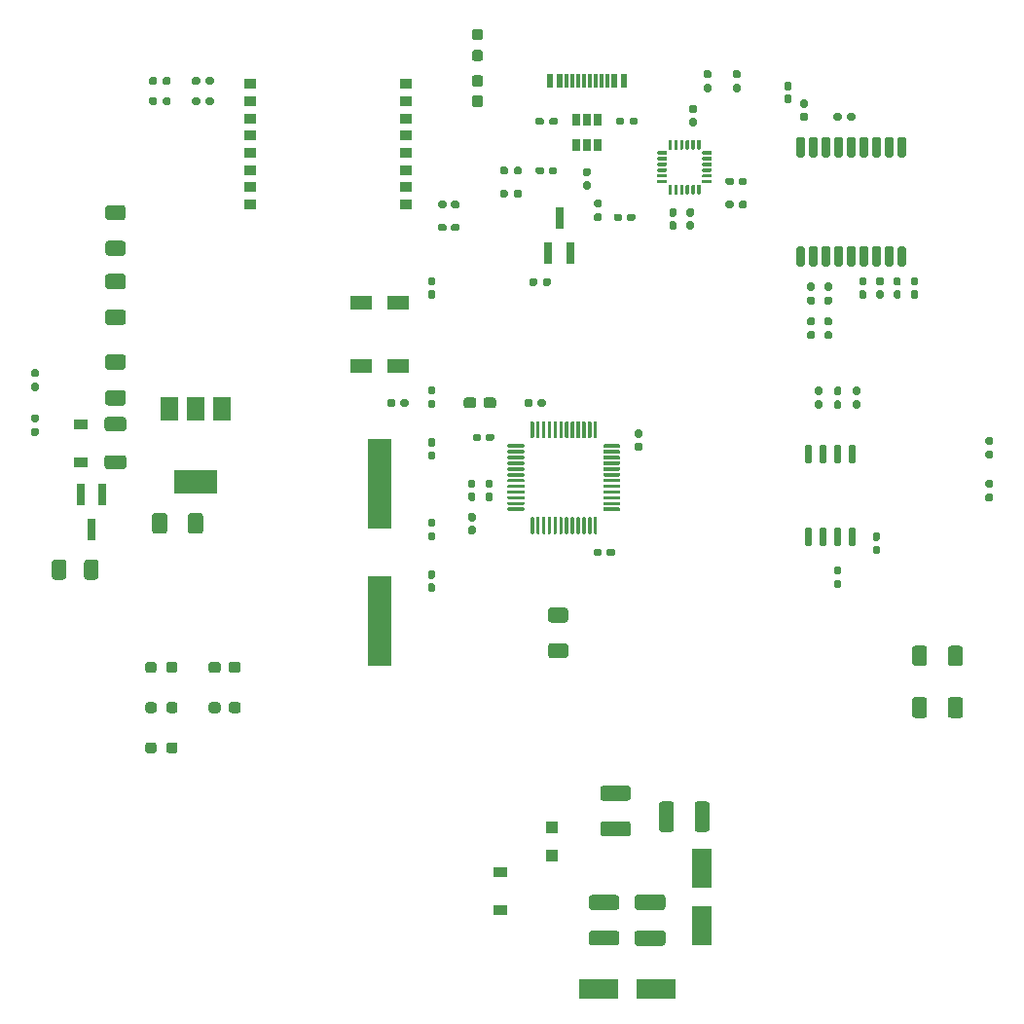
<source format=gbr>
G04 #@! TF.GenerationSoftware,KiCad,Pcbnew,(5.1.9)-1*
G04 #@! TF.CreationDate,2022-01-19T09:07:22+01:00*
G04 #@! TF.ProjectId,STM32F103C8T6,53544d33-3246-4313-9033-433854362e6b,rev?*
G04 #@! TF.SameCoordinates,Original*
G04 #@! TF.FileFunction,Paste,Top*
G04 #@! TF.FilePolarity,Positive*
%FSLAX46Y46*%
G04 Gerber Fmt 4.6, Leading zero omitted, Abs format (unit mm)*
G04 Created by KiCad (PCBNEW (5.1.9)-1) date 2022-01-19 09:07:22*
%MOMM*%
%LPD*%
G01*
G04 APERTURE LIST*
%ADD10R,0.600000X1.160000*%
%ADD11R,0.300000X1.160000*%
%ADD12R,1.000000X1.000000*%
%ADD13R,1.800000X3.500000*%
%ADD14R,3.500000X1.800000*%
%ADD15R,0.800000X1.900000*%
%ADD16R,2.000000X7.875000*%
%ADD17R,1.900000X1.300000*%
%ADD18R,1.200000X0.900000*%
%ADD19R,3.800000X2.000000*%
%ADD20R,1.500000X2.000000*%
%ADD21R,0.650000X1.060000*%
%ADD22R,1.000000X0.900000*%
G04 APERTURE END LIST*
G36*
G01*
X129760000Y-42340000D02*
X129760000Y-42660000D01*
G75*
G02*
X129600000Y-42820000I-160000J0D01*
G01*
X129205000Y-42820000D01*
G75*
G02*
X129045000Y-42660000I0J160000D01*
G01*
X129045000Y-42340000D01*
G75*
G02*
X129205000Y-42180000I160000J0D01*
G01*
X129600000Y-42180000D01*
G75*
G02*
X129760000Y-42340000I0J-160000D01*
G01*
G37*
G36*
G01*
X130955000Y-42340000D02*
X130955000Y-42660000D01*
G75*
G02*
X130795000Y-42820000I-160000J0D01*
G01*
X130400000Y-42820000D01*
G75*
G02*
X130240000Y-42660000I0J160000D01*
G01*
X130240000Y-42340000D01*
G75*
G02*
X130400000Y-42180000I160000J0D01*
G01*
X130795000Y-42180000D01*
G75*
G02*
X130955000Y-42340000I0J-160000D01*
G01*
G37*
G36*
G01*
X123240000Y-42660000D02*
X123240000Y-42340000D01*
G75*
G02*
X123400000Y-42180000I160000J0D01*
G01*
X123795000Y-42180000D01*
G75*
G02*
X123955000Y-42340000I0J-160000D01*
G01*
X123955000Y-42660000D01*
G75*
G02*
X123795000Y-42820000I-160000J0D01*
G01*
X123400000Y-42820000D01*
G75*
G02*
X123240000Y-42660000I0J160000D01*
G01*
G37*
G36*
G01*
X122045000Y-42660000D02*
X122045000Y-42340000D01*
G75*
G02*
X122205000Y-42180000I160000J0D01*
G01*
X122600000Y-42180000D01*
G75*
G02*
X122760000Y-42340000I0J-160000D01*
G01*
X122760000Y-42660000D01*
G75*
G02*
X122600000Y-42820000I-160000J0D01*
G01*
X122205000Y-42820000D01*
G75*
G02*
X122045000Y-42660000I0J160000D01*
G01*
G37*
D10*
X123300000Y-39010000D03*
X124100000Y-39010000D03*
X123300000Y-39010000D03*
X124100000Y-39010000D03*
X129700000Y-39010000D03*
X129700000Y-39010000D03*
X128900000Y-39010000D03*
X128900000Y-39010000D03*
D11*
X124750000Y-39010000D03*
X125750000Y-39010000D03*
X125250000Y-39010000D03*
X127750000Y-39010000D03*
X128250000Y-39010000D03*
X126250000Y-39010000D03*
X126750000Y-39010000D03*
X127250000Y-39010000D03*
D12*
X123500000Y-106400000D03*
X123500000Y-103900000D03*
D13*
X136500000Y-112500000D03*
X136500000Y-107500000D03*
D14*
X127500000Y-118000000D03*
X132500000Y-118000000D03*
D15*
X124110000Y-50950000D03*
X125060000Y-53950000D03*
X123160000Y-53950000D03*
X83400000Y-78000000D03*
X82450000Y-75000000D03*
X84350000Y-75000000D03*
D16*
X108500000Y-85937500D03*
X108500000Y-74062500D03*
D17*
X110100000Y-58250000D03*
X110100000Y-63750000D03*
X106900000Y-63750000D03*
X106900000Y-58250000D03*
G36*
G01*
X119660000Y-46630000D02*
X119660000Y-46950000D01*
G75*
G02*
X119500000Y-47110000I-160000J0D01*
G01*
X119105000Y-47110000D01*
G75*
G02*
X118945000Y-46950000I0J160000D01*
G01*
X118945000Y-46630000D01*
G75*
G02*
X119105000Y-46470000I160000J0D01*
G01*
X119500000Y-46470000D01*
G75*
G02*
X119660000Y-46630000I0J-160000D01*
G01*
G37*
G36*
G01*
X120855000Y-46630000D02*
X120855000Y-46950000D01*
G75*
G02*
X120695000Y-47110000I-160000J0D01*
G01*
X120300000Y-47110000D01*
G75*
G02*
X120140000Y-46950000I0J160000D01*
G01*
X120140000Y-46630000D01*
G75*
G02*
X120300000Y-46470000I160000J0D01*
G01*
X120695000Y-46470000D01*
G75*
G02*
X120855000Y-46630000I0J-160000D01*
G01*
G37*
G36*
G01*
X127300000Y-50490000D02*
X127620000Y-50490000D01*
G75*
G02*
X127780000Y-50650000I0J-160000D01*
G01*
X127780000Y-51045000D01*
G75*
G02*
X127620000Y-51205000I-160000J0D01*
G01*
X127300000Y-51205000D01*
G75*
G02*
X127140000Y-51045000I0J160000D01*
G01*
X127140000Y-50650000D01*
G75*
G02*
X127300000Y-50490000I160000J0D01*
G01*
G37*
G36*
G01*
X127300000Y-49295000D02*
X127620000Y-49295000D01*
G75*
G02*
X127780000Y-49455000I0J-160000D01*
G01*
X127780000Y-49850000D01*
G75*
G02*
X127620000Y-50010000I-160000J0D01*
G01*
X127300000Y-50010000D01*
G75*
G02*
X127140000Y-49850000I0J160000D01*
G01*
X127140000Y-49455000D01*
G75*
G02*
X127300000Y-49295000I160000J0D01*
G01*
G37*
G36*
G01*
X123187500Y-46955000D02*
X123187500Y-46645000D01*
G75*
G02*
X123342500Y-46490000I155000J0D01*
G01*
X123767500Y-46490000D01*
G75*
G02*
X123922500Y-46645000I0J-155000D01*
G01*
X123922500Y-46955000D01*
G75*
G02*
X123767500Y-47110000I-155000J0D01*
G01*
X123342500Y-47110000D01*
G75*
G02*
X123187500Y-46955000I0J155000D01*
G01*
G37*
G36*
G01*
X122052500Y-46955000D02*
X122052500Y-46645000D01*
G75*
G02*
X122207500Y-46490000I155000J0D01*
G01*
X122632500Y-46490000D01*
G75*
G02*
X122787500Y-46645000I0J-155000D01*
G01*
X122787500Y-46955000D01*
G75*
G02*
X122632500Y-47110000I-155000J0D01*
G01*
X122207500Y-47110000D01*
G75*
G02*
X122052500Y-46955000I0J155000D01*
G01*
G37*
G36*
G01*
X129980000Y-51005000D02*
X129980000Y-50695000D01*
G75*
G02*
X130135000Y-50540000I155000J0D01*
G01*
X130560000Y-50540000D01*
G75*
G02*
X130715000Y-50695000I0J-155000D01*
G01*
X130715000Y-51005000D01*
G75*
G02*
X130560000Y-51160000I-155000J0D01*
G01*
X130135000Y-51160000D01*
G75*
G02*
X129980000Y-51005000I0J155000D01*
G01*
G37*
G36*
G01*
X128845000Y-51005000D02*
X128845000Y-50695000D01*
G75*
G02*
X129000000Y-50540000I155000J0D01*
G01*
X129425000Y-50540000D01*
G75*
G02*
X129580000Y-50695000I0J-155000D01*
G01*
X129580000Y-51005000D01*
G75*
G02*
X129425000Y-51160000I-155000J0D01*
G01*
X129000000Y-51160000D01*
G75*
G02*
X128845000Y-51005000I0J155000D01*
G01*
G37*
G36*
G01*
X124625001Y-86100000D02*
X123374999Y-86100000D01*
G75*
G02*
X123125000Y-85850001I0J249999D01*
G01*
X123125000Y-85049999D01*
G75*
G02*
X123374999Y-84800000I249999J0D01*
G01*
X124625001Y-84800000D01*
G75*
G02*
X124875000Y-85049999I0J-249999D01*
G01*
X124875000Y-85850001D01*
G75*
G02*
X124625001Y-86100000I-249999J0D01*
G01*
G37*
G36*
G01*
X124625001Y-89200000D02*
X123374999Y-89200000D01*
G75*
G02*
X123125000Y-88950001I0J249999D01*
G01*
X123125000Y-88149999D01*
G75*
G02*
X123374999Y-87900000I249999J0D01*
G01*
X124625001Y-87900000D01*
G75*
G02*
X124875000Y-88149999I0J-249999D01*
G01*
X124875000Y-88950001D01*
G75*
G02*
X124625001Y-89200000I-249999J0D01*
G01*
G37*
G36*
G01*
X127924999Y-103400000D02*
X130075001Y-103400000D01*
G75*
G02*
X130325000Y-103649999I0J-249999D01*
G01*
X130325000Y-104450001D01*
G75*
G02*
X130075001Y-104700000I-249999J0D01*
G01*
X127924999Y-104700000D01*
G75*
G02*
X127675000Y-104450001I0J249999D01*
G01*
X127675000Y-103649999D01*
G75*
G02*
X127924999Y-103400000I249999J0D01*
G01*
G37*
G36*
G01*
X127924999Y-100300000D02*
X130075001Y-100300000D01*
G75*
G02*
X130325000Y-100549999I0J-249999D01*
G01*
X130325000Y-101350001D01*
G75*
G02*
X130075001Y-101600000I-249999J0D01*
G01*
X127924999Y-101600000D01*
G75*
G02*
X127675000Y-101350001I0J249999D01*
G01*
X127675000Y-100549999D01*
G75*
G02*
X127924999Y-100300000I249999J0D01*
G01*
G37*
G36*
G01*
X126924999Y-112900000D02*
X129075001Y-112900000D01*
G75*
G02*
X129325000Y-113149999I0J-249999D01*
G01*
X129325000Y-113950001D01*
G75*
G02*
X129075001Y-114200000I-249999J0D01*
G01*
X126924999Y-114200000D01*
G75*
G02*
X126675000Y-113950001I0J249999D01*
G01*
X126675000Y-113149999D01*
G75*
G02*
X126924999Y-112900000I249999J0D01*
G01*
G37*
G36*
G01*
X126924999Y-109800000D02*
X129075001Y-109800000D01*
G75*
G02*
X129325000Y-110049999I0J-249999D01*
G01*
X129325000Y-110850001D01*
G75*
G02*
X129075001Y-111100000I-249999J0D01*
G01*
X126924999Y-111100000D01*
G75*
G02*
X126675000Y-110850001I0J249999D01*
G01*
X126675000Y-110049999D01*
G75*
G02*
X126924999Y-109800000I249999J0D01*
G01*
G37*
G36*
G01*
X135870000Y-104065001D02*
X135870000Y-101914999D01*
G75*
G02*
X136119999Y-101665000I249999J0D01*
G01*
X136920001Y-101665000D01*
G75*
G02*
X137170000Y-101914999I0J-249999D01*
G01*
X137170000Y-104065001D01*
G75*
G02*
X136920001Y-104315000I-249999J0D01*
G01*
X136119999Y-104315000D01*
G75*
G02*
X135870000Y-104065001I0J249999D01*
G01*
G37*
G36*
G01*
X132770000Y-104065001D02*
X132770000Y-101914999D01*
G75*
G02*
X133019999Y-101665000I249999J0D01*
G01*
X133820001Y-101665000D01*
G75*
G02*
X134070000Y-101914999I0J-249999D01*
G01*
X134070000Y-104065001D01*
G75*
G02*
X133820001Y-104315000I-249999J0D01*
G01*
X133019999Y-104315000D01*
G75*
G02*
X132770000Y-104065001I0J249999D01*
G01*
G37*
G36*
G01*
X84849997Y-58900000D02*
X86150003Y-58900000D01*
G75*
G02*
X86400000Y-59149997I0J-249997D01*
G01*
X86400000Y-59975003D01*
G75*
G02*
X86150003Y-60225000I-249997J0D01*
G01*
X84849997Y-60225000D01*
G75*
G02*
X84600000Y-59975003I0J249997D01*
G01*
X84600000Y-59149997D01*
G75*
G02*
X84849997Y-58900000I249997J0D01*
G01*
G37*
G36*
G01*
X84849997Y-55775000D02*
X86150003Y-55775000D01*
G75*
G02*
X86400000Y-56024997I0J-249997D01*
G01*
X86400000Y-56850003D01*
G75*
G02*
X86150003Y-57100000I-249997J0D01*
G01*
X84849997Y-57100000D01*
G75*
G02*
X84600000Y-56850003I0J249997D01*
G01*
X84600000Y-56024997D01*
G75*
G02*
X84849997Y-55775000I249997J0D01*
G01*
G37*
G36*
G01*
X130899997Y-112900000D02*
X133100003Y-112900000D01*
G75*
G02*
X133350000Y-113149997I0J-249997D01*
G01*
X133350000Y-113975003D01*
G75*
G02*
X133100003Y-114225000I-249997J0D01*
G01*
X130899997Y-114225000D01*
G75*
G02*
X130650000Y-113975003I0J249997D01*
G01*
X130650000Y-113149997D01*
G75*
G02*
X130899997Y-112900000I249997J0D01*
G01*
G37*
G36*
G01*
X130899997Y-109775000D02*
X133100003Y-109775000D01*
G75*
G02*
X133350000Y-110024997I0J-249997D01*
G01*
X133350000Y-110850003D01*
G75*
G02*
X133100003Y-111100000I-249997J0D01*
G01*
X130899997Y-111100000D01*
G75*
G02*
X130650000Y-110850003I0J249997D01*
G01*
X130650000Y-110024997D01*
G75*
G02*
X130899997Y-109775000I249997J0D01*
G01*
G37*
G36*
G01*
X157900000Y-94150003D02*
X157900000Y-92849997D01*
G75*
G02*
X158149997Y-92600000I249997J0D01*
G01*
X158975003Y-92600000D01*
G75*
G02*
X159225000Y-92849997I0J-249997D01*
G01*
X159225000Y-94150003D01*
G75*
G02*
X158975003Y-94400000I-249997J0D01*
G01*
X158149997Y-94400000D01*
G75*
G02*
X157900000Y-94150003I0J249997D01*
G01*
G37*
G36*
G01*
X154775000Y-94150003D02*
X154775000Y-92849997D01*
G75*
G02*
X155024997Y-92600000I249997J0D01*
G01*
X155850003Y-92600000D01*
G75*
G02*
X156100000Y-92849997I0J-249997D01*
G01*
X156100000Y-94150003D01*
G75*
G02*
X155850003Y-94400000I-249997J0D01*
G01*
X155024997Y-94400000D01*
G75*
G02*
X154775000Y-94150003I0J249997D01*
G01*
G37*
G36*
G01*
X149140000Y-42270000D02*
X149140000Y-41950000D01*
G75*
G02*
X149300000Y-41790000I160000J0D01*
G01*
X149695000Y-41790000D01*
G75*
G02*
X149855000Y-41950000I0J-160000D01*
G01*
X149855000Y-42270000D01*
G75*
G02*
X149695000Y-42430000I-160000J0D01*
G01*
X149300000Y-42430000D01*
G75*
G02*
X149140000Y-42270000I0J160000D01*
G01*
G37*
G36*
G01*
X147945000Y-42270000D02*
X147945000Y-41950000D01*
G75*
G02*
X148105000Y-41790000I160000J0D01*
G01*
X148500000Y-41790000D01*
G75*
G02*
X148660000Y-41950000I0J-160000D01*
G01*
X148660000Y-42270000D01*
G75*
G02*
X148500000Y-42430000I-160000J0D01*
G01*
X148105000Y-42430000D01*
G75*
G02*
X147945000Y-42270000I0J160000D01*
G01*
G37*
G36*
G01*
X147660000Y-57260000D02*
X147340000Y-57260000D01*
G75*
G02*
X147180000Y-57100000I0J160000D01*
G01*
X147180000Y-56705000D01*
G75*
G02*
X147340000Y-56545000I160000J0D01*
G01*
X147660000Y-56545000D01*
G75*
G02*
X147820000Y-56705000I0J-160000D01*
G01*
X147820000Y-57100000D01*
G75*
G02*
X147660000Y-57260000I-160000J0D01*
G01*
G37*
G36*
G01*
X147660000Y-58455000D02*
X147340000Y-58455000D01*
G75*
G02*
X147180000Y-58295000I0J160000D01*
G01*
X147180000Y-57900000D01*
G75*
G02*
X147340000Y-57740000I160000J0D01*
G01*
X147660000Y-57740000D01*
G75*
G02*
X147820000Y-57900000I0J-160000D01*
G01*
X147820000Y-58295000D01*
G75*
G02*
X147660000Y-58455000I-160000J0D01*
G01*
G37*
G36*
G01*
X146160000Y-57260000D02*
X145840000Y-57260000D01*
G75*
G02*
X145680000Y-57100000I0J160000D01*
G01*
X145680000Y-56705000D01*
G75*
G02*
X145840000Y-56545000I160000J0D01*
G01*
X146160000Y-56545000D01*
G75*
G02*
X146320000Y-56705000I0J-160000D01*
G01*
X146320000Y-57100000D01*
G75*
G02*
X146160000Y-57260000I-160000J0D01*
G01*
G37*
G36*
G01*
X146160000Y-58455000D02*
X145840000Y-58455000D01*
G75*
G02*
X145680000Y-58295000I0J160000D01*
G01*
X145680000Y-57900000D01*
G75*
G02*
X145840000Y-57740000I160000J0D01*
G01*
X146160000Y-57740000D01*
G75*
G02*
X146320000Y-57900000I0J-160000D01*
G01*
X146320000Y-58295000D01*
G75*
G02*
X146160000Y-58455000I-160000J0D01*
G01*
G37*
G36*
G01*
X157900000Y-89625001D02*
X157900000Y-88374999D01*
G75*
G02*
X158149999Y-88125000I249999J0D01*
G01*
X158950001Y-88125000D01*
G75*
G02*
X159200000Y-88374999I0J-249999D01*
G01*
X159200000Y-89625001D01*
G75*
G02*
X158950001Y-89875000I-249999J0D01*
G01*
X158149999Y-89875000D01*
G75*
G02*
X157900000Y-89625001I0J249999D01*
G01*
G37*
G36*
G01*
X154800000Y-89625001D02*
X154800000Y-88374999D01*
G75*
G02*
X155049999Y-88125000I249999J0D01*
G01*
X155850001Y-88125000D01*
G75*
G02*
X156100000Y-88374999I0J-249999D01*
G01*
X156100000Y-89625001D01*
G75*
G02*
X155850001Y-89875000I-249999J0D01*
G01*
X155049999Y-89875000D01*
G75*
G02*
X154800000Y-89625001I0J249999D01*
G01*
G37*
G36*
G01*
X86125001Y-51100000D02*
X84874999Y-51100000D01*
G75*
G02*
X84625000Y-50850001I0J249999D01*
G01*
X84625000Y-50049999D01*
G75*
G02*
X84874999Y-49800000I249999J0D01*
G01*
X86125001Y-49800000D01*
G75*
G02*
X86375000Y-50049999I0J-249999D01*
G01*
X86375000Y-50850001D01*
G75*
G02*
X86125001Y-51100000I-249999J0D01*
G01*
G37*
G36*
G01*
X86125001Y-54200000D02*
X84874999Y-54200000D01*
G75*
G02*
X84625000Y-53950001I0J249999D01*
G01*
X84625000Y-53149999D01*
G75*
G02*
X84874999Y-52900000I249999J0D01*
G01*
X86125001Y-52900000D01*
G75*
G02*
X86375000Y-53149999I0J-249999D01*
G01*
X86375000Y-53950001D01*
G75*
G02*
X86125001Y-54200000I-249999J0D01*
G01*
G37*
G36*
G01*
X84799999Y-71550000D02*
X86200001Y-71550000D01*
G75*
G02*
X86450000Y-71799999I0J-249999D01*
G01*
X86450000Y-72525001D01*
G75*
G02*
X86200001Y-72775000I-249999J0D01*
G01*
X84799999Y-72775000D01*
G75*
G02*
X84550000Y-72525001I0J249999D01*
G01*
X84550000Y-71799999D01*
G75*
G02*
X84799999Y-71550000I249999J0D01*
G01*
G37*
G36*
G01*
X84799999Y-68225000D02*
X86200001Y-68225000D01*
G75*
G02*
X86450000Y-68474999I0J-249999D01*
G01*
X86450000Y-69200001D01*
G75*
G02*
X86200001Y-69450000I-249999J0D01*
G01*
X84799999Y-69450000D01*
G75*
G02*
X84550000Y-69200001I0J249999D01*
G01*
X84550000Y-68474999D01*
G75*
G02*
X84799999Y-68225000I249999J0D01*
G01*
G37*
G36*
G01*
X144160000Y-39810000D02*
X143840000Y-39810000D01*
G75*
G02*
X143680000Y-39650000I0J160000D01*
G01*
X143680000Y-39205000D01*
G75*
G02*
X143840000Y-39045000I160000J0D01*
G01*
X144160000Y-39045000D01*
G75*
G02*
X144320000Y-39205000I0J-160000D01*
G01*
X144320000Y-39650000D01*
G75*
G02*
X144160000Y-39810000I-160000J0D01*
G01*
G37*
G36*
G01*
X144160000Y-40955000D02*
X143840000Y-40955000D01*
G75*
G02*
X143680000Y-40795000I0J160000D01*
G01*
X143680000Y-40350000D01*
G75*
G02*
X143840000Y-40190000I160000J0D01*
G01*
X144160000Y-40190000D01*
G75*
G02*
X144320000Y-40350000I0J-160000D01*
G01*
X144320000Y-40795000D01*
G75*
G02*
X144160000Y-40955000I-160000J0D01*
G01*
G37*
G36*
G01*
X116660000Y-77310000D02*
X116340000Y-77310000D01*
G75*
G02*
X116180000Y-77150000I0J160000D01*
G01*
X116180000Y-76705000D01*
G75*
G02*
X116340000Y-76545000I160000J0D01*
G01*
X116660000Y-76545000D01*
G75*
G02*
X116820000Y-76705000I0J-160000D01*
G01*
X116820000Y-77150000D01*
G75*
G02*
X116660000Y-77310000I-160000J0D01*
G01*
G37*
G36*
G01*
X116660000Y-78455000D02*
X116340000Y-78455000D01*
G75*
G02*
X116180000Y-78295000I0J160000D01*
G01*
X116180000Y-77850000D01*
G75*
G02*
X116340000Y-77690000I160000J0D01*
G01*
X116660000Y-77690000D01*
G75*
G02*
X116820000Y-77850000I0J-160000D01*
G01*
X116820000Y-78295000D01*
G75*
G02*
X116660000Y-78455000I-160000J0D01*
G01*
G37*
G36*
G01*
X86150003Y-67225000D02*
X84849997Y-67225000D01*
G75*
G02*
X84600000Y-66975003I0J249997D01*
G01*
X84600000Y-66149997D01*
G75*
G02*
X84849997Y-65900000I249997J0D01*
G01*
X86150003Y-65900000D01*
G75*
G02*
X86400000Y-66149997I0J-249997D01*
G01*
X86400000Y-66975003D01*
G75*
G02*
X86150003Y-67225000I-249997J0D01*
G01*
G37*
G36*
G01*
X86150003Y-64100000D02*
X84849997Y-64100000D01*
G75*
G02*
X84600000Y-63850003I0J249997D01*
G01*
X84600000Y-63024997D01*
G75*
G02*
X84849997Y-62775000I249997J0D01*
G01*
X86150003Y-62775000D01*
G75*
G02*
X86400000Y-63024997I0J-249997D01*
G01*
X86400000Y-63850003D01*
G75*
G02*
X86150003Y-64100000I-249997J0D01*
G01*
G37*
G36*
G01*
X90000000Y-76824997D02*
X90000000Y-78125003D01*
G75*
G02*
X89750003Y-78375000I-249997J0D01*
G01*
X88924997Y-78375000D01*
G75*
G02*
X88675000Y-78125003I0J249997D01*
G01*
X88675000Y-76824997D01*
G75*
G02*
X88924997Y-76575000I249997J0D01*
G01*
X89750003Y-76575000D01*
G75*
G02*
X90000000Y-76824997I0J-249997D01*
G01*
G37*
G36*
G01*
X93125000Y-76824997D02*
X93125000Y-78125003D01*
G75*
G02*
X92875003Y-78375000I-249997J0D01*
G01*
X92049997Y-78375000D01*
G75*
G02*
X91800000Y-78125003I0J249997D01*
G01*
X91800000Y-76824997D01*
G75*
G02*
X92049997Y-76575000I249997J0D01*
G01*
X92875003Y-76575000D01*
G75*
G02*
X93125000Y-76824997I0J-249997D01*
G01*
G37*
G36*
G01*
X118600000Y-66752500D02*
X118600000Y-67227500D01*
G75*
G02*
X118362500Y-67465000I-237500J0D01*
G01*
X117762500Y-67465000D01*
G75*
G02*
X117525000Y-67227500I0J237500D01*
G01*
X117525000Y-66752500D01*
G75*
G02*
X117762500Y-66515000I237500J0D01*
G01*
X118362500Y-66515000D01*
G75*
G02*
X118600000Y-66752500I0J-237500D01*
G01*
G37*
G36*
G01*
X116875000Y-66752500D02*
X116875000Y-67227500D01*
G75*
G02*
X116637500Y-67465000I-237500J0D01*
G01*
X116037500Y-67465000D01*
G75*
G02*
X115800000Y-67227500I0J237500D01*
G01*
X115800000Y-66752500D01*
G75*
G02*
X116037500Y-66515000I237500J0D01*
G01*
X116637500Y-66515000D01*
G75*
G02*
X116875000Y-66752500I0J-237500D01*
G01*
G37*
G36*
G01*
X118435000Y-69845000D02*
X118435000Y-70155000D01*
G75*
G02*
X118280000Y-70310000I-155000J0D01*
G01*
X117855000Y-70310000D01*
G75*
G02*
X117700000Y-70155000I0J155000D01*
G01*
X117700000Y-69845000D01*
G75*
G02*
X117855000Y-69690000I155000J0D01*
G01*
X118280000Y-69690000D01*
G75*
G02*
X118435000Y-69845000I0J-155000D01*
G01*
G37*
G36*
G01*
X117300000Y-69845000D02*
X117300000Y-70155000D01*
G75*
G02*
X117145000Y-70310000I-155000J0D01*
G01*
X116720000Y-70310000D01*
G75*
G02*
X116565000Y-70155000I0J155000D01*
G01*
X116565000Y-69845000D01*
G75*
G02*
X116720000Y-69690000I155000J0D01*
G01*
X117145000Y-69690000D01*
G75*
G02*
X117300000Y-69845000I0J-155000D01*
G01*
G37*
G36*
G01*
X122200000Y-67155000D02*
X122200000Y-66845000D01*
G75*
G02*
X122355000Y-66690000I155000J0D01*
G01*
X122780000Y-66690000D01*
G75*
G02*
X122935000Y-66845000I0J-155000D01*
G01*
X122935000Y-67155000D01*
G75*
G02*
X122780000Y-67310000I-155000J0D01*
G01*
X122355000Y-67310000D01*
G75*
G02*
X122200000Y-67155000I0J155000D01*
G01*
G37*
G36*
G01*
X121065000Y-67155000D02*
X121065000Y-66845000D01*
G75*
G02*
X121220000Y-66690000I155000J0D01*
G01*
X121645000Y-66690000D01*
G75*
G02*
X121800000Y-66845000I0J-155000D01*
G01*
X121800000Y-67155000D01*
G75*
G02*
X121645000Y-67310000I-155000J0D01*
G01*
X121220000Y-67310000D01*
G75*
G02*
X121065000Y-67155000I0J155000D01*
G01*
G37*
G36*
G01*
X130845000Y-69315000D02*
X131155000Y-69315000D01*
G75*
G02*
X131310000Y-69470000I0J-155000D01*
G01*
X131310000Y-69895000D01*
G75*
G02*
X131155000Y-70050000I-155000J0D01*
G01*
X130845000Y-70050000D01*
G75*
G02*
X130690000Y-69895000I0J155000D01*
G01*
X130690000Y-69470000D01*
G75*
G02*
X130845000Y-69315000I155000J0D01*
G01*
G37*
G36*
G01*
X130845000Y-70450000D02*
X131155000Y-70450000D01*
G75*
G02*
X131310000Y-70605000I0J-155000D01*
G01*
X131310000Y-71030000D01*
G75*
G02*
X131155000Y-71185000I-155000J0D01*
G01*
X130845000Y-71185000D01*
G75*
G02*
X130690000Y-71030000I0J155000D01*
G01*
X130690000Y-70605000D01*
G75*
G02*
X130845000Y-70450000I155000J0D01*
G01*
G37*
G36*
G01*
X127820000Y-79845000D02*
X127820000Y-80155000D01*
G75*
G02*
X127665000Y-80310000I-155000J0D01*
G01*
X127240000Y-80310000D01*
G75*
G02*
X127085000Y-80155000I0J155000D01*
G01*
X127085000Y-79845000D01*
G75*
G02*
X127240000Y-79690000I155000J0D01*
G01*
X127665000Y-79690000D01*
G75*
G02*
X127820000Y-79845000I0J-155000D01*
G01*
G37*
G36*
G01*
X128955000Y-79845000D02*
X128955000Y-80155000D01*
G75*
G02*
X128800000Y-80310000I-155000J0D01*
G01*
X128375000Y-80310000D01*
G75*
G02*
X128220000Y-80155000I0J155000D01*
G01*
X128220000Y-79845000D01*
G75*
G02*
X128375000Y-79690000I155000J0D01*
G01*
X128800000Y-79690000D01*
G75*
G02*
X128955000Y-79845000I0J-155000D01*
G01*
G37*
G36*
G01*
X116655000Y-75535000D02*
X116345000Y-75535000D01*
G75*
G02*
X116190000Y-75380000I0J155000D01*
G01*
X116190000Y-74955000D01*
G75*
G02*
X116345000Y-74800000I155000J0D01*
G01*
X116655000Y-74800000D01*
G75*
G02*
X116810000Y-74955000I0J-155000D01*
G01*
X116810000Y-75380000D01*
G75*
G02*
X116655000Y-75535000I-155000J0D01*
G01*
G37*
G36*
G01*
X116655000Y-74400000D02*
X116345000Y-74400000D01*
G75*
G02*
X116190000Y-74245000I0J155000D01*
G01*
X116190000Y-73820000D01*
G75*
G02*
X116345000Y-73665000I155000J0D01*
G01*
X116655000Y-73665000D01*
G75*
G02*
X116810000Y-73820000I0J-155000D01*
G01*
X116810000Y-74245000D01*
G75*
G02*
X116655000Y-74400000I-155000J0D01*
G01*
G37*
G36*
G01*
X118155000Y-74400000D02*
X117845000Y-74400000D01*
G75*
G02*
X117690000Y-74245000I0J155000D01*
G01*
X117690000Y-73820000D01*
G75*
G02*
X117845000Y-73665000I155000J0D01*
G01*
X118155000Y-73665000D01*
G75*
G02*
X118310000Y-73820000I0J-155000D01*
G01*
X118310000Y-74245000D01*
G75*
G02*
X118155000Y-74400000I-155000J0D01*
G01*
G37*
G36*
G01*
X118155000Y-75535000D02*
X117845000Y-75535000D01*
G75*
G02*
X117690000Y-75380000I0J155000D01*
G01*
X117690000Y-74955000D01*
G75*
G02*
X117845000Y-74800000I155000J0D01*
G01*
X118155000Y-74800000D01*
G75*
G02*
X118310000Y-74955000I0J-155000D01*
G01*
X118310000Y-75380000D01*
G75*
G02*
X118155000Y-75535000I-155000J0D01*
G01*
G37*
G36*
G01*
X151535000Y-79410000D02*
X151845000Y-79410000D01*
G75*
G02*
X152000000Y-79565000I0J-155000D01*
G01*
X152000000Y-79990000D01*
G75*
G02*
X151845000Y-80145000I-155000J0D01*
G01*
X151535000Y-80145000D01*
G75*
G02*
X151380000Y-79990000I0J155000D01*
G01*
X151380000Y-79565000D01*
G75*
G02*
X151535000Y-79410000I155000J0D01*
G01*
G37*
G36*
G01*
X151535000Y-78275000D02*
X151845000Y-78275000D01*
G75*
G02*
X152000000Y-78430000I0J-155000D01*
G01*
X152000000Y-78855000D01*
G75*
G02*
X151845000Y-79010000I-155000J0D01*
G01*
X151535000Y-79010000D01*
G75*
G02*
X151380000Y-78855000I0J155000D01*
G01*
X151380000Y-78430000D01*
G75*
G02*
X151535000Y-78275000I155000J0D01*
G01*
G37*
G36*
G01*
X113155000Y-71935000D02*
X112845000Y-71935000D01*
G75*
G02*
X112690000Y-71780000I0J155000D01*
G01*
X112690000Y-71355000D01*
G75*
G02*
X112845000Y-71200000I155000J0D01*
G01*
X113155000Y-71200000D01*
G75*
G02*
X113310000Y-71355000I0J-155000D01*
G01*
X113310000Y-71780000D01*
G75*
G02*
X113155000Y-71935000I-155000J0D01*
G01*
G37*
G36*
G01*
X113155000Y-70800000D02*
X112845000Y-70800000D01*
G75*
G02*
X112690000Y-70645000I0J155000D01*
G01*
X112690000Y-70220000D01*
G75*
G02*
X112845000Y-70065000I155000J0D01*
G01*
X113155000Y-70065000D01*
G75*
G02*
X113310000Y-70220000I0J-155000D01*
G01*
X113310000Y-70645000D01*
G75*
G02*
X113155000Y-70800000I-155000J0D01*
G01*
G37*
G36*
G01*
X113155000Y-57935000D02*
X112845000Y-57935000D01*
G75*
G02*
X112690000Y-57780000I0J155000D01*
G01*
X112690000Y-57355000D01*
G75*
G02*
X112845000Y-57200000I155000J0D01*
G01*
X113155000Y-57200000D01*
G75*
G02*
X113310000Y-57355000I0J-155000D01*
G01*
X113310000Y-57780000D01*
G75*
G02*
X113155000Y-57935000I-155000J0D01*
G01*
G37*
G36*
G01*
X113155000Y-56800000D02*
X112845000Y-56800000D01*
G75*
G02*
X112690000Y-56645000I0J155000D01*
G01*
X112690000Y-56220000D01*
G75*
G02*
X112845000Y-56065000I155000J0D01*
G01*
X113155000Y-56065000D01*
G75*
G02*
X113310000Y-56220000I0J-155000D01*
G01*
X113310000Y-56645000D01*
G75*
G02*
X113155000Y-56800000I-155000J0D01*
G01*
G37*
G36*
G01*
X112845000Y-82700000D02*
X113155000Y-82700000D01*
G75*
G02*
X113310000Y-82855000I0J-155000D01*
G01*
X113310000Y-83280000D01*
G75*
G02*
X113155000Y-83435000I-155000J0D01*
G01*
X112845000Y-83435000D01*
G75*
G02*
X112690000Y-83280000I0J155000D01*
G01*
X112690000Y-82855000D01*
G75*
G02*
X112845000Y-82700000I155000J0D01*
G01*
G37*
G36*
G01*
X112845000Y-81565000D02*
X113155000Y-81565000D01*
G75*
G02*
X113310000Y-81720000I0J-155000D01*
G01*
X113310000Y-82145000D01*
G75*
G02*
X113155000Y-82300000I-155000J0D01*
G01*
X112845000Y-82300000D01*
G75*
G02*
X112690000Y-82145000I0J155000D01*
G01*
X112690000Y-81720000D01*
G75*
G02*
X112845000Y-81565000I155000J0D01*
G01*
G37*
G36*
G01*
X109870000Y-66845000D02*
X109870000Y-67155000D01*
G75*
G02*
X109715000Y-67310000I-155000J0D01*
G01*
X109290000Y-67310000D01*
G75*
G02*
X109135000Y-67155000I0J155000D01*
G01*
X109135000Y-66845000D01*
G75*
G02*
X109290000Y-66690000I155000J0D01*
G01*
X109715000Y-66690000D01*
G75*
G02*
X109870000Y-66845000I0J-155000D01*
G01*
G37*
G36*
G01*
X111005000Y-66845000D02*
X111005000Y-67155000D01*
G75*
G02*
X110850000Y-67310000I-155000J0D01*
G01*
X110425000Y-67310000D01*
G75*
G02*
X110270000Y-67155000I0J155000D01*
G01*
X110270000Y-66845000D01*
G75*
G02*
X110425000Y-66690000I155000J0D01*
G01*
X110850000Y-66690000D01*
G75*
G02*
X111005000Y-66845000I0J-155000D01*
G01*
G37*
G36*
G01*
X126345000Y-47700000D02*
X126655000Y-47700000D01*
G75*
G02*
X126810000Y-47855000I0J-155000D01*
G01*
X126810000Y-48280000D01*
G75*
G02*
X126655000Y-48435000I-155000J0D01*
G01*
X126345000Y-48435000D01*
G75*
G02*
X126190000Y-48280000I0J155000D01*
G01*
X126190000Y-47855000D01*
G75*
G02*
X126345000Y-47700000I155000J0D01*
G01*
G37*
G36*
G01*
X126345000Y-46565000D02*
X126655000Y-46565000D01*
G75*
G02*
X126810000Y-46720000I0J-155000D01*
G01*
X126810000Y-47145000D01*
G75*
G02*
X126655000Y-47300000I-155000J0D01*
G01*
X126345000Y-47300000D01*
G75*
G02*
X126190000Y-47145000I0J155000D01*
G01*
X126190000Y-46720000D01*
G75*
G02*
X126345000Y-46565000I155000J0D01*
G01*
G37*
G36*
G01*
X138565000Y-49895000D02*
X138565000Y-49585000D01*
G75*
G02*
X138720000Y-49430000I155000J0D01*
G01*
X139145000Y-49430000D01*
G75*
G02*
X139300000Y-49585000I0J-155000D01*
G01*
X139300000Y-49895000D01*
G75*
G02*
X139145000Y-50050000I-155000J0D01*
G01*
X138720000Y-50050000D01*
G75*
G02*
X138565000Y-49895000I0J155000D01*
G01*
G37*
G36*
G01*
X139700000Y-49895000D02*
X139700000Y-49585000D01*
G75*
G02*
X139855000Y-49430000I155000J0D01*
G01*
X140280000Y-49430000D01*
G75*
G02*
X140435000Y-49585000I0J-155000D01*
G01*
X140435000Y-49895000D01*
G75*
G02*
X140280000Y-50050000I-155000J0D01*
G01*
X139855000Y-50050000D01*
G75*
G02*
X139700000Y-49895000I0J155000D01*
G01*
G37*
G36*
G01*
X133845000Y-51200000D02*
X134155000Y-51200000D01*
G75*
G02*
X134310000Y-51355000I0J-155000D01*
G01*
X134310000Y-51780000D01*
G75*
G02*
X134155000Y-51935000I-155000J0D01*
G01*
X133845000Y-51935000D01*
G75*
G02*
X133690000Y-51780000I0J155000D01*
G01*
X133690000Y-51355000D01*
G75*
G02*
X133845000Y-51200000I155000J0D01*
G01*
G37*
G36*
G01*
X133845000Y-50065000D02*
X134155000Y-50065000D01*
G75*
G02*
X134310000Y-50220000I0J-155000D01*
G01*
X134310000Y-50645000D01*
G75*
G02*
X134155000Y-50800000I-155000J0D01*
G01*
X133845000Y-50800000D01*
G75*
G02*
X133690000Y-50645000I0J155000D01*
G01*
X133690000Y-50220000D01*
G75*
G02*
X133845000Y-50065000I155000J0D01*
G01*
G37*
G36*
G01*
X138565000Y-47895000D02*
X138565000Y-47585000D01*
G75*
G02*
X138720000Y-47430000I155000J0D01*
G01*
X139145000Y-47430000D01*
G75*
G02*
X139300000Y-47585000I0J-155000D01*
G01*
X139300000Y-47895000D01*
G75*
G02*
X139145000Y-48050000I-155000J0D01*
G01*
X138720000Y-48050000D01*
G75*
G02*
X138565000Y-47895000I0J155000D01*
G01*
G37*
G36*
G01*
X139700000Y-47895000D02*
X139700000Y-47585000D01*
G75*
G02*
X139855000Y-47430000I155000J0D01*
G01*
X140280000Y-47430000D01*
G75*
G02*
X140435000Y-47585000I0J-155000D01*
G01*
X140435000Y-47895000D01*
G75*
G02*
X140280000Y-48050000I-155000J0D01*
G01*
X139855000Y-48050000D01*
G75*
G02*
X139700000Y-47895000I0J155000D01*
G01*
G37*
G36*
G01*
X135345000Y-51200000D02*
X135655000Y-51200000D01*
G75*
G02*
X135810000Y-51355000I0J-155000D01*
G01*
X135810000Y-51780000D01*
G75*
G02*
X135655000Y-51935000I-155000J0D01*
G01*
X135345000Y-51935000D01*
G75*
G02*
X135190000Y-51780000I0J155000D01*
G01*
X135190000Y-51355000D01*
G75*
G02*
X135345000Y-51200000I155000J0D01*
G01*
G37*
G36*
G01*
X135345000Y-50065000D02*
X135655000Y-50065000D01*
G75*
G02*
X135810000Y-50220000I0J-155000D01*
G01*
X135810000Y-50645000D01*
G75*
G02*
X135655000Y-50800000I-155000J0D01*
G01*
X135345000Y-50800000D01*
G75*
G02*
X135190000Y-50645000I0J155000D01*
G01*
X135190000Y-50220000D01*
G75*
G02*
X135345000Y-50065000I155000J0D01*
G01*
G37*
G36*
G01*
X135905000Y-42935000D02*
X135595000Y-42935000D01*
G75*
G02*
X135440000Y-42780000I0J155000D01*
G01*
X135440000Y-42355000D01*
G75*
G02*
X135595000Y-42200000I155000J0D01*
G01*
X135905000Y-42200000D01*
G75*
G02*
X136060000Y-42355000I0J-155000D01*
G01*
X136060000Y-42780000D01*
G75*
G02*
X135905000Y-42935000I-155000J0D01*
G01*
G37*
G36*
G01*
X135905000Y-41800000D02*
X135595000Y-41800000D01*
G75*
G02*
X135440000Y-41645000I0J155000D01*
G01*
X135440000Y-41220000D01*
G75*
G02*
X135595000Y-41065000I155000J0D01*
G01*
X135905000Y-41065000D01*
G75*
G02*
X136060000Y-41220000I0J-155000D01*
G01*
X136060000Y-41645000D01*
G75*
G02*
X135905000Y-41800000I-155000J0D01*
G01*
G37*
G36*
G01*
X114700000Y-49895000D02*
X114700000Y-49585000D01*
G75*
G02*
X114855000Y-49430000I155000J0D01*
G01*
X115280000Y-49430000D01*
G75*
G02*
X115435000Y-49585000I0J-155000D01*
G01*
X115435000Y-49895000D01*
G75*
G02*
X115280000Y-50050000I-155000J0D01*
G01*
X114855000Y-50050000D01*
G75*
G02*
X114700000Y-49895000I0J155000D01*
G01*
G37*
G36*
G01*
X113565000Y-49895000D02*
X113565000Y-49585000D01*
G75*
G02*
X113720000Y-49430000I155000J0D01*
G01*
X114145000Y-49430000D01*
G75*
G02*
X114300000Y-49585000I0J-155000D01*
G01*
X114300000Y-49895000D01*
G75*
G02*
X114145000Y-50050000I-155000J0D01*
G01*
X113720000Y-50050000D01*
G75*
G02*
X113565000Y-49895000I0J155000D01*
G01*
G37*
G36*
G01*
X113565000Y-51895000D02*
X113565000Y-51585000D01*
G75*
G02*
X113720000Y-51430000I155000J0D01*
G01*
X114145000Y-51430000D01*
G75*
G02*
X114300000Y-51585000I0J-155000D01*
G01*
X114300000Y-51895000D01*
G75*
G02*
X114145000Y-52050000I-155000J0D01*
G01*
X113720000Y-52050000D01*
G75*
G02*
X113565000Y-51895000I0J155000D01*
G01*
G37*
G36*
G01*
X114700000Y-51895000D02*
X114700000Y-51585000D01*
G75*
G02*
X114855000Y-51430000I155000J0D01*
G01*
X115280000Y-51430000D01*
G75*
G02*
X115435000Y-51585000I0J-155000D01*
G01*
X115435000Y-51895000D01*
G75*
G02*
X115280000Y-52050000I-155000J0D01*
G01*
X114855000Y-52050000D01*
G75*
G02*
X114700000Y-51895000I0J155000D01*
G01*
G37*
G36*
G01*
X154845000Y-56065000D02*
X155155000Y-56065000D01*
G75*
G02*
X155310000Y-56220000I0J-155000D01*
G01*
X155310000Y-56645000D01*
G75*
G02*
X155155000Y-56800000I-155000J0D01*
G01*
X154845000Y-56800000D01*
G75*
G02*
X154690000Y-56645000I0J155000D01*
G01*
X154690000Y-56220000D01*
G75*
G02*
X154845000Y-56065000I155000J0D01*
G01*
G37*
G36*
G01*
X154845000Y-57200000D02*
X155155000Y-57200000D01*
G75*
G02*
X155310000Y-57355000I0J-155000D01*
G01*
X155310000Y-57780000D01*
G75*
G02*
X155155000Y-57935000I-155000J0D01*
G01*
X154845000Y-57935000D01*
G75*
G02*
X154690000Y-57780000I0J155000D01*
G01*
X154690000Y-57355000D01*
G75*
G02*
X154845000Y-57200000I155000J0D01*
G01*
G37*
G36*
G01*
X150345000Y-57200000D02*
X150655000Y-57200000D01*
G75*
G02*
X150810000Y-57355000I0J-155000D01*
G01*
X150810000Y-57780000D01*
G75*
G02*
X150655000Y-57935000I-155000J0D01*
G01*
X150345000Y-57935000D01*
G75*
G02*
X150190000Y-57780000I0J155000D01*
G01*
X150190000Y-57355000D01*
G75*
G02*
X150345000Y-57200000I155000J0D01*
G01*
G37*
G36*
G01*
X150345000Y-56065000D02*
X150655000Y-56065000D01*
G75*
G02*
X150810000Y-56220000I0J-155000D01*
G01*
X150810000Y-56645000D01*
G75*
G02*
X150655000Y-56800000I-155000J0D01*
G01*
X150345000Y-56800000D01*
G75*
G02*
X150190000Y-56645000I0J155000D01*
G01*
X150190000Y-56220000D01*
G75*
G02*
X150345000Y-56065000I155000J0D01*
G01*
G37*
G36*
G01*
X151845000Y-56065000D02*
X152155000Y-56065000D01*
G75*
G02*
X152310000Y-56220000I0J-155000D01*
G01*
X152310000Y-56645000D01*
G75*
G02*
X152155000Y-56800000I-155000J0D01*
G01*
X151845000Y-56800000D01*
G75*
G02*
X151690000Y-56645000I0J155000D01*
G01*
X151690000Y-56220000D01*
G75*
G02*
X151845000Y-56065000I155000J0D01*
G01*
G37*
G36*
G01*
X151845000Y-57200000D02*
X152155000Y-57200000D01*
G75*
G02*
X152310000Y-57355000I0J-155000D01*
G01*
X152310000Y-57780000D01*
G75*
G02*
X152155000Y-57935000I-155000J0D01*
G01*
X151845000Y-57935000D01*
G75*
G02*
X151690000Y-57780000I0J155000D01*
G01*
X151690000Y-57355000D01*
G75*
G02*
X151845000Y-57200000I155000J0D01*
G01*
G37*
G36*
G01*
X153345000Y-57200000D02*
X153655000Y-57200000D01*
G75*
G02*
X153810000Y-57355000I0J-155000D01*
G01*
X153810000Y-57780000D01*
G75*
G02*
X153655000Y-57935000I-155000J0D01*
G01*
X153345000Y-57935000D01*
G75*
G02*
X153190000Y-57780000I0J155000D01*
G01*
X153190000Y-57355000D01*
G75*
G02*
X153345000Y-57200000I155000J0D01*
G01*
G37*
G36*
G01*
X153345000Y-56065000D02*
X153655000Y-56065000D01*
G75*
G02*
X153810000Y-56220000I0J-155000D01*
G01*
X153810000Y-56645000D01*
G75*
G02*
X153655000Y-56800000I-155000J0D01*
G01*
X153345000Y-56800000D01*
G75*
G02*
X153190000Y-56645000I0J155000D01*
G01*
X153190000Y-56220000D01*
G75*
G02*
X153345000Y-56065000I155000J0D01*
G01*
G37*
G36*
G01*
X145545000Y-42485000D02*
X145235000Y-42485000D01*
G75*
G02*
X145080000Y-42330000I0J155000D01*
G01*
X145080000Y-41905000D01*
G75*
G02*
X145235000Y-41750000I155000J0D01*
G01*
X145545000Y-41750000D01*
G75*
G02*
X145700000Y-41905000I0J-155000D01*
G01*
X145700000Y-42330000D01*
G75*
G02*
X145545000Y-42485000I-155000J0D01*
G01*
G37*
G36*
G01*
X145545000Y-41350000D02*
X145235000Y-41350000D01*
G75*
G02*
X145080000Y-41195000I0J155000D01*
G01*
X145080000Y-40770000D01*
G75*
G02*
X145235000Y-40615000I155000J0D01*
G01*
X145545000Y-40615000D01*
G75*
G02*
X145700000Y-40770000I0J-155000D01*
G01*
X145700000Y-41195000D01*
G75*
G02*
X145545000Y-41350000I-155000J0D01*
G01*
G37*
D18*
X82450000Y-68850000D03*
X82450000Y-72150000D03*
G36*
G01*
X95350000Y-90237500D02*
X95350000Y-89762500D01*
G75*
G02*
X95587500Y-89525000I237500J0D01*
G01*
X96162500Y-89525000D01*
G75*
G02*
X96400000Y-89762500I0J-237500D01*
G01*
X96400000Y-90237500D01*
G75*
G02*
X96162500Y-90475000I-237500J0D01*
G01*
X95587500Y-90475000D01*
G75*
G02*
X95350000Y-90237500I0J237500D01*
G01*
G37*
G36*
G01*
X93600000Y-90237500D02*
X93600000Y-89762500D01*
G75*
G02*
X93837500Y-89525000I237500J0D01*
G01*
X94412500Y-89525000D01*
G75*
G02*
X94650000Y-89762500I0J-237500D01*
G01*
X94650000Y-90237500D01*
G75*
G02*
X94412500Y-90475000I-237500J0D01*
G01*
X93837500Y-90475000D01*
G75*
G02*
X93600000Y-90237500I0J237500D01*
G01*
G37*
G36*
G01*
X93600000Y-93737500D02*
X93600000Y-93262500D01*
G75*
G02*
X93837500Y-93025000I237500J0D01*
G01*
X94412500Y-93025000D01*
G75*
G02*
X94650000Y-93262500I0J-237500D01*
G01*
X94650000Y-93737500D01*
G75*
G02*
X94412500Y-93975000I-237500J0D01*
G01*
X93837500Y-93975000D01*
G75*
G02*
X93600000Y-93737500I0J237500D01*
G01*
G37*
G36*
G01*
X95350000Y-93737500D02*
X95350000Y-93262500D01*
G75*
G02*
X95587500Y-93025000I237500J0D01*
G01*
X96162500Y-93025000D01*
G75*
G02*
X96400000Y-93262500I0J-237500D01*
G01*
X96400000Y-93737500D01*
G75*
G02*
X96162500Y-93975000I-237500J0D01*
G01*
X95587500Y-93975000D01*
G75*
G02*
X95350000Y-93737500I0J237500D01*
G01*
G37*
G36*
G01*
X116752500Y-38480000D02*
X117227500Y-38480000D01*
G75*
G02*
X117465000Y-38717500I0J-237500D01*
G01*
X117465000Y-39292500D01*
G75*
G02*
X117227500Y-39530000I-237500J0D01*
G01*
X116752500Y-39530000D01*
G75*
G02*
X116515000Y-39292500I0J237500D01*
G01*
X116515000Y-38717500D01*
G75*
G02*
X116752500Y-38480000I237500J0D01*
G01*
G37*
G36*
G01*
X116752500Y-40230000D02*
X117227500Y-40230000D01*
G75*
G02*
X117465000Y-40467500I0J-237500D01*
G01*
X117465000Y-41042500D01*
G75*
G02*
X117227500Y-41280000I-237500J0D01*
G01*
X116752500Y-41280000D01*
G75*
G02*
X116515000Y-41042500I0J237500D01*
G01*
X116515000Y-40467500D01*
G75*
G02*
X116752500Y-40230000I237500J0D01*
G01*
G37*
X119000000Y-107850000D03*
X119000000Y-111150000D03*
G36*
G01*
X84025000Y-80875000D02*
X84025000Y-82125000D01*
G75*
G02*
X83775000Y-82375000I-250000J0D01*
G01*
X83025000Y-82375000D01*
G75*
G02*
X82775000Y-82125000I0J250000D01*
G01*
X82775000Y-80875000D01*
G75*
G02*
X83025000Y-80625000I250000J0D01*
G01*
X83775000Y-80625000D01*
G75*
G02*
X84025000Y-80875000I0J-250000D01*
G01*
G37*
G36*
G01*
X81225000Y-80875000D02*
X81225000Y-82125000D01*
G75*
G02*
X80975000Y-82375000I-250000J0D01*
G01*
X80225000Y-82375000D01*
G75*
G02*
X79975000Y-82125000I0J250000D01*
G01*
X79975000Y-80875000D01*
G75*
G02*
X80225000Y-80625000I250000J0D01*
G01*
X80975000Y-80625000D01*
G75*
G02*
X81225000Y-80875000I0J-250000D01*
G01*
G37*
G36*
G01*
X90900000Y-89762500D02*
X90900000Y-90237500D01*
G75*
G02*
X90662500Y-90475000I-237500J0D01*
G01*
X90162500Y-90475000D01*
G75*
G02*
X89925000Y-90237500I0J237500D01*
G01*
X89925000Y-89762500D01*
G75*
G02*
X90162500Y-89525000I237500J0D01*
G01*
X90662500Y-89525000D01*
G75*
G02*
X90900000Y-89762500I0J-237500D01*
G01*
G37*
G36*
G01*
X89075000Y-89762500D02*
X89075000Y-90237500D01*
G75*
G02*
X88837500Y-90475000I-237500J0D01*
G01*
X88337500Y-90475000D01*
G75*
G02*
X88100000Y-90237500I0J237500D01*
G01*
X88100000Y-89762500D01*
G75*
G02*
X88337500Y-89525000I237500J0D01*
G01*
X88837500Y-89525000D01*
G75*
G02*
X89075000Y-89762500I0J-237500D01*
G01*
G37*
G36*
G01*
X136840000Y-38045000D02*
X137160000Y-38045000D01*
G75*
G02*
X137320000Y-38205000I0J-160000D01*
G01*
X137320000Y-38600000D01*
G75*
G02*
X137160000Y-38760000I-160000J0D01*
G01*
X136840000Y-38760000D01*
G75*
G02*
X136680000Y-38600000I0J160000D01*
G01*
X136680000Y-38205000D01*
G75*
G02*
X136840000Y-38045000I160000J0D01*
G01*
G37*
G36*
G01*
X136840000Y-39240000D02*
X137160000Y-39240000D01*
G75*
G02*
X137320000Y-39400000I0J-160000D01*
G01*
X137320000Y-39795000D01*
G75*
G02*
X137160000Y-39955000I-160000J0D01*
G01*
X136840000Y-39955000D01*
G75*
G02*
X136680000Y-39795000I0J160000D01*
G01*
X136680000Y-39400000D01*
G75*
G02*
X136840000Y-39240000I160000J0D01*
G01*
G37*
G36*
G01*
X139380000Y-39240000D02*
X139700000Y-39240000D01*
G75*
G02*
X139860000Y-39400000I0J-160000D01*
G01*
X139860000Y-39795000D01*
G75*
G02*
X139700000Y-39955000I-160000J0D01*
G01*
X139380000Y-39955000D01*
G75*
G02*
X139220000Y-39795000I0J160000D01*
G01*
X139220000Y-39400000D01*
G75*
G02*
X139380000Y-39240000I160000J0D01*
G01*
G37*
G36*
G01*
X139380000Y-38045000D02*
X139700000Y-38045000D01*
G75*
G02*
X139860000Y-38205000I0J-160000D01*
G01*
X139860000Y-38600000D01*
G75*
G02*
X139700000Y-38760000I-160000J0D01*
G01*
X139380000Y-38760000D01*
G75*
G02*
X139220000Y-38600000I0J160000D01*
G01*
X139220000Y-38205000D01*
G75*
G02*
X139380000Y-38045000I160000J0D01*
G01*
G37*
G36*
G01*
X161660000Y-71855000D02*
X161340000Y-71855000D01*
G75*
G02*
X161180000Y-71695000I0J160000D01*
G01*
X161180000Y-71300000D01*
G75*
G02*
X161340000Y-71140000I160000J0D01*
G01*
X161660000Y-71140000D01*
G75*
G02*
X161820000Y-71300000I0J-160000D01*
G01*
X161820000Y-71695000D01*
G75*
G02*
X161660000Y-71855000I-160000J0D01*
G01*
G37*
G36*
G01*
X161660000Y-70660000D02*
X161340000Y-70660000D01*
G75*
G02*
X161180000Y-70500000I0J160000D01*
G01*
X161180000Y-70105000D01*
G75*
G02*
X161340000Y-69945000I160000J0D01*
G01*
X161660000Y-69945000D01*
G75*
G02*
X161820000Y-70105000I0J-160000D01*
G01*
X161820000Y-70500000D01*
G75*
G02*
X161660000Y-70660000I-160000J0D01*
G01*
G37*
G36*
G01*
X161340000Y-73685000D02*
X161660000Y-73685000D01*
G75*
G02*
X161820000Y-73845000I0J-160000D01*
G01*
X161820000Y-74240000D01*
G75*
G02*
X161660000Y-74400000I-160000J0D01*
G01*
X161340000Y-74400000D01*
G75*
G02*
X161180000Y-74240000I0J160000D01*
G01*
X161180000Y-73845000D01*
G75*
G02*
X161340000Y-73685000I160000J0D01*
G01*
G37*
G36*
G01*
X161340000Y-74880000D02*
X161660000Y-74880000D01*
G75*
G02*
X161820000Y-75040000I0J-160000D01*
G01*
X161820000Y-75435000D01*
G75*
G02*
X161660000Y-75595000I-160000J0D01*
G01*
X161340000Y-75595000D01*
G75*
G02*
X161180000Y-75435000I0J160000D01*
G01*
X161180000Y-75040000D01*
G75*
G02*
X161340000Y-74880000I160000J0D01*
G01*
G37*
G36*
G01*
X113160000Y-78955000D02*
X112840000Y-78955000D01*
G75*
G02*
X112680000Y-78795000I0J160000D01*
G01*
X112680000Y-78400000D01*
G75*
G02*
X112840000Y-78240000I160000J0D01*
G01*
X113160000Y-78240000D01*
G75*
G02*
X113320000Y-78400000I0J-160000D01*
G01*
X113320000Y-78795000D01*
G75*
G02*
X113160000Y-78955000I-160000J0D01*
G01*
G37*
G36*
G01*
X113160000Y-77760000D02*
X112840000Y-77760000D01*
G75*
G02*
X112680000Y-77600000I0J160000D01*
G01*
X112680000Y-77205000D01*
G75*
G02*
X112840000Y-77045000I160000J0D01*
G01*
X113160000Y-77045000D01*
G75*
G02*
X113320000Y-77205000I0J-160000D01*
G01*
X113320000Y-77600000D01*
G75*
G02*
X113160000Y-77760000I-160000J0D01*
G01*
G37*
G36*
G01*
X92145000Y-39160000D02*
X92145000Y-38840000D01*
G75*
G02*
X92305000Y-38680000I160000J0D01*
G01*
X92700000Y-38680000D01*
G75*
G02*
X92860000Y-38840000I0J-160000D01*
G01*
X92860000Y-39160000D01*
G75*
G02*
X92700000Y-39320000I-160000J0D01*
G01*
X92305000Y-39320000D01*
G75*
G02*
X92145000Y-39160000I0J160000D01*
G01*
G37*
G36*
G01*
X93340000Y-39160000D02*
X93340000Y-38840000D01*
G75*
G02*
X93500000Y-38680000I160000J0D01*
G01*
X93895000Y-38680000D01*
G75*
G02*
X94055000Y-38840000I0J-160000D01*
G01*
X94055000Y-39160000D01*
G75*
G02*
X93895000Y-39320000I-160000J0D01*
G01*
X93500000Y-39320000D01*
G75*
G02*
X93340000Y-39160000I0J160000D01*
G01*
G37*
G36*
G01*
X112840000Y-65545000D02*
X113160000Y-65545000D01*
G75*
G02*
X113320000Y-65705000I0J-160000D01*
G01*
X113320000Y-66100000D01*
G75*
G02*
X113160000Y-66260000I-160000J0D01*
G01*
X112840000Y-66260000D01*
G75*
G02*
X112680000Y-66100000I0J160000D01*
G01*
X112680000Y-65705000D01*
G75*
G02*
X112840000Y-65545000I160000J0D01*
G01*
G37*
G36*
G01*
X112840000Y-66740000D02*
X113160000Y-66740000D01*
G75*
G02*
X113320000Y-66900000I0J-160000D01*
G01*
X113320000Y-67295000D01*
G75*
G02*
X113160000Y-67455000I-160000J0D01*
G01*
X112840000Y-67455000D01*
G75*
G02*
X112680000Y-67295000I0J160000D01*
G01*
X112680000Y-66900000D01*
G75*
G02*
X112840000Y-66740000I160000J0D01*
G01*
G37*
G36*
G01*
X89120000Y-38840000D02*
X89120000Y-39160000D01*
G75*
G02*
X88960000Y-39320000I-160000J0D01*
G01*
X88565000Y-39320000D01*
G75*
G02*
X88405000Y-39160000I0J160000D01*
G01*
X88405000Y-38840000D01*
G75*
G02*
X88565000Y-38680000I160000J0D01*
G01*
X88960000Y-38680000D01*
G75*
G02*
X89120000Y-38840000I0J-160000D01*
G01*
G37*
G36*
G01*
X90315000Y-38840000D02*
X90315000Y-39160000D01*
G75*
G02*
X90155000Y-39320000I-160000J0D01*
G01*
X89760000Y-39320000D01*
G75*
G02*
X89600000Y-39160000I0J160000D01*
G01*
X89600000Y-38840000D01*
G75*
G02*
X89760000Y-38680000I160000J0D01*
G01*
X90155000Y-38680000D01*
G75*
G02*
X90315000Y-38840000I0J-160000D01*
G01*
G37*
G36*
G01*
X147340000Y-59545000D02*
X147660000Y-59545000D01*
G75*
G02*
X147820000Y-59705000I0J-160000D01*
G01*
X147820000Y-60100000D01*
G75*
G02*
X147660000Y-60260000I-160000J0D01*
G01*
X147340000Y-60260000D01*
G75*
G02*
X147180000Y-60100000I0J160000D01*
G01*
X147180000Y-59705000D01*
G75*
G02*
X147340000Y-59545000I160000J0D01*
G01*
G37*
G36*
G01*
X147340000Y-60740000D02*
X147660000Y-60740000D01*
G75*
G02*
X147820000Y-60900000I0J-160000D01*
G01*
X147820000Y-61295000D01*
G75*
G02*
X147660000Y-61455000I-160000J0D01*
G01*
X147340000Y-61455000D01*
G75*
G02*
X147180000Y-61295000I0J160000D01*
G01*
X147180000Y-60900000D01*
G75*
G02*
X147340000Y-60740000I160000J0D01*
G01*
G37*
G36*
G01*
X145840000Y-60740000D02*
X146160000Y-60740000D01*
G75*
G02*
X146320000Y-60900000I0J-160000D01*
G01*
X146320000Y-61295000D01*
G75*
G02*
X146160000Y-61455000I-160000J0D01*
G01*
X145840000Y-61455000D01*
G75*
G02*
X145680000Y-61295000I0J160000D01*
G01*
X145680000Y-60900000D01*
G75*
G02*
X145840000Y-60740000I160000J0D01*
G01*
G37*
G36*
G01*
X145840000Y-59545000D02*
X146160000Y-59545000D01*
G75*
G02*
X146320000Y-59705000I0J-160000D01*
G01*
X146320000Y-60100000D01*
G75*
G02*
X146160000Y-60260000I-160000J0D01*
G01*
X145840000Y-60260000D01*
G75*
G02*
X145680000Y-60100000I0J160000D01*
G01*
X145680000Y-59705000D01*
G75*
G02*
X145840000Y-59545000I160000J0D01*
G01*
G37*
G36*
G01*
X89925000Y-93737500D02*
X89925000Y-93262500D01*
G75*
G02*
X90162500Y-93025000I237500J0D01*
G01*
X90662500Y-93025000D01*
G75*
G02*
X90900000Y-93262500I0J-237500D01*
G01*
X90900000Y-93737500D01*
G75*
G02*
X90662500Y-93975000I-237500J0D01*
G01*
X90162500Y-93975000D01*
G75*
G02*
X89925000Y-93737500I0J237500D01*
G01*
G37*
G36*
G01*
X88100000Y-93737500D02*
X88100000Y-93262500D01*
G75*
G02*
X88337500Y-93025000I237500J0D01*
G01*
X88837500Y-93025000D01*
G75*
G02*
X89075000Y-93262500I0J-237500D01*
G01*
X89075000Y-93737500D01*
G75*
G02*
X88837500Y-93975000I-237500J0D01*
G01*
X88337500Y-93975000D01*
G75*
G02*
X88100000Y-93737500I0J237500D01*
G01*
G37*
G36*
G01*
X89925000Y-97237500D02*
X89925000Y-96762500D01*
G75*
G02*
X90162500Y-96525000I237500J0D01*
G01*
X90662500Y-96525000D01*
G75*
G02*
X90900000Y-96762500I0J-237500D01*
G01*
X90900000Y-97237500D01*
G75*
G02*
X90662500Y-97475000I-237500J0D01*
G01*
X90162500Y-97475000D01*
G75*
G02*
X89925000Y-97237500I0J237500D01*
G01*
G37*
G36*
G01*
X88100000Y-97237500D02*
X88100000Y-96762500D01*
G75*
G02*
X88337500Y-96525000I237500J0D01*
G01*
X88837500Y-96525000D01*
G75*
G02*
X89075000Y-96762500I0J-237500D01*
G01*
X89075000Y-97237500D01*
G75*
G02*
X88837500Y-97475000I-237500J0D01*
G01*
X88337500Y-97475000D01*
G75*
G02*
X88100000Y-97237500I0J237500D01*
G01*
G37*
G36*
G01*
X148480000Y-67505000D02*
X148160000Y-67505000D01*
G75*
G02*
X148000000Y-67345000I0J160000D01*
G01*
X148000000Y-66950000D01*
G75*
G02*
X148160000Y-66790000I160000J0D01*
G01*
X148480000Y-66790000D01*
G75*
G02*
X148640000Y-66950000I0J-160000D01*
G01*
X148640000Y-67345000D01*
G75*
G02*
X148480000Y-67505000I-160000J0D01*
G01*
G37*
G36*
G01*
X148480000Y-66310000D02*
X148160000Y-66310000D01*
G75*
G02*
X148000000Y-66150000I0J160000D01*
G01*
X148000000Y-65755000D01*
G75*
G02*
X148160000Y-65595000I160000J0D01*
G01*
X148480000Y-65595000D01*
G75*
G02*
X148640000Y-65755000I0J-160000D01*
G01*
X148640000Y-66150000D01*
G75*
G02*
X148480000Y-66310000I-160000J0D01*
G01*
G37*
G36*
G01*
X150140000Y-66310000D02*
X149820000Y-66310000D01*
G75*
G02*
X149660000Y-66150000I0J160000D01*
G01*
X149660000Y-65755000D01*
G75*
G02*
X149820000Y-65595000I160000J0D01*
G01*
X150140000Y-65595000D01*
G75*
G02*
X150300000Y-65755000I0J-160000D01*
G01*
X150300000Y-66150000D01*
G75*
G02*
X150140000Y-66310000I-160000J0D01*
G01*
G37*
G36*
G01*
X150140000Y-67505000D02*
X149820000Y-67505000D01*
G75*
G02*
X149660000Y-67345000I0J160000D01*
G01*
X149660000Y-66950000D01*
G75*
G02*
X149820000Y-66790000I160000J0D01*
G01*
X150140000Y-66790000D01*
G75*
G02*
X150300000Y-66950000I0J-160000D01*
G01*
X150300000Y-67345000D01*
G75*
G02*
X150140000Y-67505000I-160000J0D01*
G01*
G37*
G36*
G01*
X148150000Y-81195000D02*
X148470000Y-81195000D01*
G75*
G02*
X148630000Y-81355000I0J-160000D01*
G01*
X148630000Y-81750000D01*
G75*
G02*
X148470000Y-81910000I-160000J0D01*
G01*
X148150000Y-81910000D01*
G75*
G02*
X147990000Y-81750000I0J160000D01*
G01*
X147990000Y-81355000D01*
G75*
G02*
X148150000Y-81195000I160000J0D01*
G01*
G37*
G36*
G01*
X148150000Y-82390000D02*
X148470000Y-82390000D01*
G75*
G02*
X148630000Y-82550000I0J-160000D01*
G01*
X148630000Y-82945000D01*
G75*
G02*
X148470000Y-83105000I-160000J0D01*
G01*
X148150000Y-83105000D01*
G75*
G02*
X147990000Y-82945000I0J160000D01*
G01*
X147990000Y-82550000D01*
G75*
G02*
X148150000Y-82390000I160000J0D01*
G01*
G37*
G36*
G01*
X146840000Y-66310000D02*
X146520000Y-66310000D01*
G75*
G02*
X146360000Y-66150000I0J160000D01*
G01*
X146360000Y-65755000D01*
G75*
G02*
X146520000Y-65595000I160000J0D01*
G01*
X146840000Y-65595000D01*
G75*
G02*
X147000000Y-65755000I0J-160000D01*
G01*
X147000000Y-66150000D01*
G75*
G02*
X146840000Y-66310000I-160000J0D01*
G01*
G37*
G36*
G01*
X146840000Y-67505000D02*
X146520000Y-67505000D01*
G75*
G02*
X146360000Y-67345000I0J160000D01*
G01*
X146360000Y-66950000D01*
G75*
G02*
X146520000Y-66790000I160000J0D01*
G01*
X146840000Y-66790000D01*
G75*
G02*
X147000000Y-66950000I0J-160000D01*
G01*
X147000000Y-67345000D01*
G75*
G02*
X146840000Y-67505000I-160000J0D01*
G01*
G37*
G36*
G01*
X78340000Y-69180000D02*
X78660000Y-69180000D01*
G75*
G02*
X78820000Y-69340000I0J-160000D01*
G01*
X78820000Y-69735000D01*
G75*
G02*
X78660000Y-69895000I-160000J0D01*
G01*
X78340000Y-69895000D01*
G75*
G02*
X78180000Y-69735000I0J160000D01*
G01*
X78180000Y-69340000D01*
G75*
G02*
X78340000Y-69180000I160000J0D01*
G01*
G37*
G36*
G01*
X78340000Y-67985000D02*
X78660000Y-67985000D01*
G75*
G02*
X78820000Y-68145000I0J-160000D01*
G01*
X78820000Y-68540000D01*
G75*
G02*
X78660000Y-68700000I-160000J0D01*
G01*
X78340000Y-68700000D01*
G75*
G02*
X78180000Y-68540000I0J160000D01*
G01*
X78180000Y-68145000D01*
G75*
G02*
X78340000Y-67985000I160000J0D01*
G01*
G37*
G36*
G01*
X78340000Y-65240000D02*
X78660000Y-65240000D01*
G75*
G02*
X78820000Y-65400000I0J-160000D01*
G01*
X78820000Y-65795000D01*
G75*
G02*
X78660000Y-65955000I-160000J0D01*
G01*
X78340000Y-65955000D01*
G75*
G02*
X78180000Y-65795000I0J160000D01*
G01*
X78180000Y-65400000D01*
G75*
G02*
X78340000Y-65240000I160000J0D01*
G01*
G37*
G36*
G01*
X78340000Y-64045000D02*
X78660000Y-64045000D01*
G75*
G02*
X78820000Y-64205000I0J-160000D01*
G01*
X78820000Y-64600000D01*
G75*
G02*
X78660000Y-64760000I-160000J0D01*
G01*
X78340000Y-64760000D01*
G75*
G02*
X78180000Y-64600000I0J160000D01*
G01*
X78180000Y-64205000D01*
G75*
G02*
X78340000Y-64045000I160000J0D01*
G01*
G37*
G36*
G01*
X119660000Y-48640000D02*
X119660000Y-48960000D01*
G75*
G02*
X119500000Y-49120000I-160000J0D01*
G01*
X119105000Y-49120000D01*
G75*
G02*
X118945000Y-48960000I0J160000D01*
G01*
X118945000Y-48640000D01*
G75*
G02*
X119105000Y-48480000I160000J0D01*
G01*
X119500000Y-48480000D01*
G75*
G02*
X119660000Y-48640000I0J-160000D01*
G01*
G37*
G36*
G01*
X120855000Y-48640000D02*
X120855000Y-48960000D01*
G75*
G02*
X120695000Y-49120000I-160000J0D01*
G01*
X120300000Y-49120000D01*
G75*
G02*
X120140000Y-48960000I0J160000D01*
G01*
X120140000Y-48640000D01*
G75*
G02*
X120300000Y-48480000I160000J0D01*
G01*
X120695000Y-48480000D01*
G75*
G02*
X120855000Y-48640000I0J-160000D01*
G01*
G37*
G36*
G01*
X121485000Y-56660000D02*
X121485000Y-56340000D01*
G75*
G02*
X121645000Y-56180000I160000J0D01*
G01*
X122040000Y-56180000D01*
G75*
G02*
X122200000Y-56340000I0J-160000D01*
G01*
X122200000Y-56660000D01*
G75*
G02*
X122040000Y-56820000I-160000J0D01*
G01*
X121645000Y-56820000D01*
G75*
G02*
X121485000Y-56660000I0J160000D01*
G01*
G37*
G36*
G01*
X122680000Y-56660000D02*
X122680000Y-56340000D01*
G75*
G02*
X122840000Y-56180000I160000J0D01*
G01*
X123235000Y-56180000D01*
G75*
G02*
X123395000Y-56340000I0J-160000D01*
G01*
X123395000Y-56660000D01*
G75*
G02*
X123235000Y-56820000I-160000J0D01*
G01*
X122840000Y-56820000D01*
G75*
G02*
X122680000Y-56660000I0J160000D01*
G01*
G37*
G36*
G01*
X93340000Y-40910000D02*
X93340000Y-40590000D01*
G75*
G02*
X93500000Y-40430000I160000J0D01*
G01*
X93895000Y-40430000D01*
G75*
G02*
X94055000Y-40590000I0J-160000D01*
G01*
X94055000Y-40910000D01*
G75*
G02*
X93895000Y-41070000I-160000J0D01*
G01*
X93500000Y-41070000D01*
G75*
G02*
X93340000Y-40910000I0J160000D01*
G01*
G37*
G36*
G01*
X92145000Y-40910000D02*
X92145000Y-40590000D01*
G75*
G02*
X92305000Y-40430000I160000J0D01*
G01*
X92700000Y-40430000D01*
G75*
G02*
X92860000Y-40590000I0J-160000D01*
G01*
X92860000Y-40910000D01*
G75*
G02*
X92700000Y-41070000I-160000J0D01*
G01*
X92305000Y-41070000D01*
G75*
G02*
X92145000Y-40910000I0J160000D01*
G01*
G37*
G36*
G01*
X90315000Y-40590000D02*
X90315000Y-40910000D01*
G75*
G02*
X90155000Y-41070000I-160000J0D01*
G01*
X89760000Y-41070000D01*
G75*
G02*
X89600000Y-40910000I0J160000D01*
G01*
X89600000Y-40590000D01*
G75*
G02*
X89760000Y-40430000I160000J0D01*
G01*
X90155000Y-40430000D01*
G75*
G02*
X90315000Y-40590000I0J-160000D01*
G01*
G37*
G36*
G01*
X89120000Y-40590000D02*
X89120000Y-40910000D01*
G75*
G02*
X88960000Y-41070000I-160000J0D01*
G01*
X88565000Y-41070000D01*
G75*
G02*
X88405000Y-40910000I0J160000D01*
G01*
X88405000Y-40590000D01*
G75*
G02*
X88565000Y-40430000I160000J0D01*
G01*
X88960000Y-40430000D01*
G75*
G02*
X89120000Y-40590000I0J-160000D01*
G01*
G37*
G36*
G01*
X116752500Y-34480000D02*
X117227500Y-34480000D01*
G75*
G02*
X117465000Y-34717500I0J-237500D01*
G01*
X117465000Y-35217500D01*
G75*
G02*
X117227500Y-35455000I-237500J0D01*
G01*
X116752500Y-35455000D01*
G75*
G02*
X116515000Y-35217500I0J237500D01*
G01*
X116515000Y-34717500D01*
G75*
G02*
X116752500Y-34480000I237500J0D01*
G01*
G37*
G36*
G01*
X116752500Y-36305000D02*
X117227500Y-36305000D01*
G75*
G02*
X117465000Y-36542500I0J-237500D01*
G01*
X117465000Y-37042500D01*
G75*
G02*
X117227500Y-37280000I-237500J0D01*
G01*
X116752500Y-37280000D01*
G75*
G02*
X116515000Y-37042500I0J237500D01*
G01*
X116515000Y-36542500D01*
G75*
G02*
X116752500Y-36305000I237500J0D01*
G01*
G37*
D19*
X92450000Y-73850000D03*
D20*
X92450000Y-67550000D03*
X90150000Y-67550000D03*
X94750000Y-67550000D03*
G36*
G01*
X149435000Y-70650000D02*
X149735000Y-70650000D01*
G75*
G02*
X149885000Y-70800000I0J-150000D01*
G01*
X149885000Y-72100000D01*
G75*
G02*
X149735000Y-72250000I-150000J0D01*
G01*
X149435000Y-72250000D01*
G75*
G02*
X149285000Y-72100000I0J150000D01*
G01*
X149285000Y-70800000D01*
G75*
G02*
X149435000Y-70650000I150000J0D01*
G01*
G37*
G36*
G01*
X148165000Y-70650000D02*
X148465000Y-70650000D01*
G75*
G02*
X148615000Y-70800000I0J-150000D01*
G01*
X148615000Y-72100000D01*
G75*
G02*
X148465000Y-72250000I-150000J0D01*
G01*
X148165000Y-72250000D01*
G75*
G02*
X148015000Y-72100000I0J150000D01*
G01*
X148015000Y-70800000D01*
G75*
G02*
X148165000Y-70650000I150000J0D01*
G01*
G37*
G36*
G01*
X146895000Y-70650000D02*
X147195000Y-70650000D01*
G75*
G02*
X147345000Y-70800000I0J-150000D01*
G01*
X147345000Y-72100000D01*
G75*
G02*
X147195000Y-72250000I-150000J0D01*
G01*
X146895000Y-72250000D01*
G75*
G02*
X146745000Y-72100000I0J150000D01*
G01*
X146745000Y-70800000D01*
G75*
G02*
X146895000Y-70650000I150000J0D01*
G01*
G37*
G36*
G01*
X145625000Y-70650000D02*
X145925000Y-70650000D01*
G75*
G02*
X146075000Y-70800000I0J-150000D01*
G01*
X146075000Y-72100000D01*
G75*
G02*
X145925000Y-72250000I-150000J0D01*
G01*
X145625000Y-72250000D01*
G75*
G02*
X145475000Y-72100000I0J150000D01*
G01*
X145475000Y-70800000D01*
G75*
G02*
X145625000Y-70650000I150000J0D01*
G01*
G37*
G36*
G01*
X145625000Y-77850000D02*
X145925000Y-77850000D01*
G75*
G02*
X146075000Y-78000000I0J-150000D01*
G01*
X146075000Y-79300000D01*
G75*
G02*
X145925000Y-79450000I-150000J0D01*
G01*
X145625000Y-79450000D01*
G75*
G02*
X145475000Y-79300000I0J150000D01*
G01*
X145475000Y-78000000D01*
G75*
G02*
X145625000Y-77850000I150000J0D01*
G01*
G37*
G36*
G01*
X146895000Y-77850000D02*
X147195000Y-77850000D01*
G75*
G02*
X147345000Y-78000000I0J-150000D01*
G01*
X147345000Y-79300000D01*
G75*
G02*
X147195000Y-79450000I-150000J0D01*
G01*
X146895000Y-79450000D01*
G75*
G02*
X146745000Y-79300000I0J150000D01*
G01*
X146745000Y-78000000D01*
G75*
G02*
X146895000Y-77850000I150000J0D01*
G01*
G37*
G36*
G01*
X148165000Y-77850000D02*
X148465000Y-77850000D01*
G75*
G02*
X148615000Y-78000000I0J-150000D01*
G01*
X148615000Y-79300000D01*
G75*
G02*
X148465000Y-79450000I-150000J0D01*
G01*
X148165000Y-79450000D01*
G75*
G02*
X148015000Y-79300000I0J150000D01*
G01*
X148015000Y-78000000D01*
G75*
G02*
X148165000Y-77850000I150000J0D01*
G01*
G37*
G36*
G01*
X149435000Y-77850000D02*
X149735000Y-77850000D01*
G75*
G02*
X149885000Y-78000000I0J-150000D01*
G01*
X149885000Y-79300000D01*
G75*
G02*
X149735000Y-79450000I-150000J0D01*
G01*
X149435000Y-79450000D01*
G75*
G02*
X149285000Y-79300000I0J150000D01*
G01*
X149285000Y-78000000D01*
G75*
G02*
X149435000Y-77850000I150000J0D01*
G01*
G37*
G36*
G01*
X119600000Y-70825000D02*
X119600000Y-70675000D01*
G75*
G02*
X119675000Y-70600000I75000J0D01*
G01*
X121000000Y-70600000D01*
G75*
G02*
X121075000Y-70675000I0J-75000D01*
G01*
X121075000Y-70825000D01*
G75*
G02*
X121000000Y-70900000I-75000J0D01*
G01*
X119675000Y-70900000D01*
G75*
G02*
X119600000Y-70825000I0J75000D01*
G01*
G37*
G36*
G01*
X119600000Y-71325000D02*
X119600000Y-71175000D01*
G75*
G02*
X119675000Y-71100000I75000J0D01*
G01*
X121000000Y-71100000D01*
G75*
G02*
X121075000Y-71175000I0J-75000D01*
G01*
X121075000Y-71325000D01*
G75*
G02*
X121000000Y-71400000I-75000J0D01*
G01*
X119675000Y-71400000D01*
G75*
G02*
X119600000Y-71325000I0J75000D01*
G01*
G37*
G36*
G01*
X119600000Y-71825000D02*
X119600000Y-71675000D01*
G75*
G02*
X119675000Y-71600000I75000J0D01*
G01*
X121000000Y-71600000D01*
G75*
G02*
X121075000Y-71675000I0J-75000D01*
G01*
X121075000Y-71825000D01*
G75*
G02*
X121000000Y-71900000I-75000J0D01*
G01*
X119675000Y-71900000D01*
G75*
G02*
X119600000Y-71825000I0J75000D01*
G01*
G37*
G36*
G01*
X119600000Y-72325000D02*
X119600000Y-72175000D01*
G75*
G02*
X119675000Y-72100000I75000J0D01*
G01*
X121000000Y-72100000D01*
G75*
G02*
X121075000Y-72175000I0J-75000D01*
G01*
X121075000Y-72325000D01*
G75*
G02*
X121000000Y-72400000I-75000J0D01*
G01*
X119675000Y-72400000D01*
G75*
G02*
X119600000Y-72325000I0J75000D01*
G01*
G37*
G36*
G01*
X119600000Y-72825000D02*
X119600000Y-72675000D01*
G75*
G02*
X119675000Y-72600000I75000J0D01*
G01*
X121000000Y-72600000D01*
G75*
G02*
X121075000Y-72675000I0J-75000D01*
G01*
X121075000Y-72825000D01*
G75*
G02*
X121000000Y-72900000I-75000J0D01*
G01*
X119675000Y-72900000D01*
G75*
G02*
X119600000Y-72825000I0J75000D01*
G01*
G37*
G36*
G01*
X119600000Y-73325000D02*
X119600000Y-73175000D01*
G75*
G02*
X119675000Y-73100000I75000J0D01*
G01*
X121000000Y-73100000D01*
G75*
G02*
X121075000Y-73175000I0J-75000D01*
G01*
X121075000Y-73325000D01*
G75*
G02*
X121000000Y-73400000I-75000J0D01*
G01*
X119675000Y-73400000D01*
G75*
G02*
X119600000Y-73325000I0J75000D01*
G01*
G37*
G36*
G01*
X119600000Y-73825000D02*
X119600000Y-73675000D01*
G75*
G02*
X119675000Y-73600000I75000J0D01*
G01*
X121000000Y-73600000D01*
G75*
G02*
X121075000Y-73675000I0J-75000D01*
G01*
X121075000Y-73825000D01*
G75*
G02*
X121000000Y-73900000I-75000J0D01*
G01*
X119675000Y-73900000D01*
G75*
G02*
X119600000Y-73825000I0J75000D01*
G01*
G37*
G36*
G01*
X119600000Y-74325000D02*
X119600000Y-74175000D01*
G75*
G02*
X119675000Y-74100000I75000J0D01*
G01*
X121000000Y-74100000D01*
G75*
G02*
X121075000Y-74175000I0J-75000D01*
G01*
X121075000Y-74325000D01*
G75*
G02*
X121000000Y-74400000I-75000J0D01*
G01*
X119675000Y-74400000D01*
G75*
G02*
X119600000Y-74325000I0J75000D01*
G01*
G37*
G36*
G01*
X119600000Y-74825000D02*
X119600000Y-74675000D01*
G75*
G02*
X119675000Y-74600000I75000J0D01*
G01*
X121000000Y-74600000D01*
G75*
G02*
X121075000Y-74675000I0J-75000D01*
G01*
X121075000Y-74825000D01*
G75*
G02*
X121000000Y-74900000I-75000J0D01*
G01*
X119675000Y-74900000D01*
G75*
G02*
X119600000Y-74825000I0J75000D01*
G01*
G37*
G36*
G01*
X119600000Y-75325000D02*
X119600000Y-75175000D01*
G75*
G02*
X119675000Y-75100000I75000J0D01*
G01*
X121000000Y-75100000D01*
G75*
G02*
X121075000Y-75175000I0J-75000D01*
G01*
X121075000Y-75325000D01*
G75*
G02*
X121000000Y-75400000I-75000J0D01*
G01*
X119675000Y-75400000D01*
G75*
G02*
X119600000Y-75325000I0J75000D01*
G01*
G37*
G36*
G01*
X119600000Y-75825000D02*
X119600000Y-75675000D01*
G75*
G02*
X119675000Y-75600000I75000J0D01*
G01*
X121000000Y-75600000D01*
G75*
G02*
X121075000Y-75675000I0J-75000D01*
G01*
X121075000Y-75825000D01*
G75*
G02*
X121000000Y-75900000I-75000J0D01*
G01*
X119675000Y-75900000D01*
G75*
G02*
X119600000Y-75825000I0J75000D01*
G01*
G37*
G36*
G01*
X119600000Y-76325000D02*
X119600000Y-76175000D01*
G75*
G02*
X119675000Y-76100000I75000J0D01*
G01*
X121000000Y-76100000D01*
G75*
G02*
X121075000Y-76175000I0J-75000D01*
G01*
X121075000Y-76325000D01*
G75*
G02*
X121000000Y-76400000I-75000J0D01*
G01*
X119675000Y-76400000D01*
G75*
G02*
X119600000Y-76325000I0J75000D01*
G01*
G37*
G36*
G01*
X121600000Y-78325000D02*
X121600000Y-77000000D01*
G75*
G02*
X121675000Y-76925000I75000J0D01*
G01*
X121825000Y-76925000D01*
G75*
G02*
X121900000Y-77000000I0J-75000D01*
G01*
X121900000Y-78325000D01*
G75*
G02*
X121825000Y-78400000I-75000J0D01*
G01*
X121675000Y-78400000D01*
G75*
G02*
X121600000Y-78325000I0J75000D01*
G01*
G37*
G36*
G01*
X122100000Y-78325000D02*
X122100000Y-77000000D01*
G75*
G02*
X122175000Y-76925000I75000J0D01*
G01*
X122325000Y-76925000D01*
G75*
G02*
X122400000Y-77000000I0J-75000D01*
G01*
X122400000Y-78325000D01*
G75*
G02*
X122325000Y-78400000I-75000J0D01*
G01*
X122175000Y-78400000D01*
G75*
G02*
X122100000Y-78325000I0J75000D01*
G01*
G37*
G36*
G01*
X122600000Y-78325000D02*
X122600000Y-77000000D01*
G75*
G02*
X122675000Y-76925000I75000J0D01*
G01*
X122825000Y-76925000D01*
G75*
G02*
X122900000Y-77000000I0J-75000D01*
G01*
X122900000Y-78325000D01*
G75*
G02*
X122825000Y-78400000I-75000J0D01*
G01*
X122675000Y-78400000D01*
G75*
G02*
X122600000Y-78325000I0J75000D01*
G01*
G37*
G36*
G01*
X123100000Y-78325000D02*
X123100000Y-77000000D01*
G75*
G02*
X123175000Y-76925000I75000J0D01*
G01*
X123325000Y-76925000D01*
G75*
G02*
X123400000Y-77000000I0J-75000D01*
G01*
X123400000Y-78325000D01*
G75*
G02*
X123325000Y-78400000I-75000J0D01*
G01*
X123175000Y-78400000D01*
G75*
G02*
X123100000Y-78325000I0J75000D01*
G01*
G37*
G36*
G01*
X123600000Y-78325000D02*
X123600000Y-77000000D01*
G75*
G02*
X123675000Y-76925000I75000J0D01*
G01*
X123825000Y-76925000D01*
G75*
G02*
X123900000Y-77000000I0J-75000D01*
G01*
X123900000Y-78325000D01*
G75*
G02*
X123825000Y-78400000I-75000J0D01*
G01*
X123675000Y-78400000D01*
G75*
G02*
X123600000Y-78325000I0J75000D01*
G01*
G37*
G36*
G01*
X124100000Y-78325000D02*
X124100000Y-77000000D01*
G75*
G02*
X124175000Y-76925000I75000J0D01*
G01*
X124325000Y-76925000D01*
G75*
G02*
X124400000Y-77000000I0J-75000D01*
G01*
X124400000Y-78325000D01*
G75*
G02*
X124325000Y-78400000I-75000J0D01*
G01*
X124175000Y-78400000D01*
G75*
G02*
X124100000Y-78325000I0J75000D01*
G01*
G37*
G36*
G01*
X124600000Y-78325000D02*
X124600000Y-77000000D01*
G75*
G02*
X124675000Y-76925000I75000J0D01*
G01*
X124825000Y-76925000D01*
G75*
G02*
X124900000Y-77000000I0J-75000D01*
G01*
X124900000Y-78325000D01*
G75*
G02*
X124825000Y-78400000I-75000J0D01*
G01*
X124675000Y-78400000D01*
G75*
G02*
X124600000Y-78325000I0J75000D01*
G01*
G37*
G36*
G01*
X125100000Y-78325000D02*
X125100000Y-77000000D01*
G75*
G02*
X125175000Y-76925000I75000J0D01*
G01*
X125325000Y-76925000D01*
G75*
G02*
X125400000Y-77000000I0J-75000D01*
G01*
X125400000Y-78325000D01*
G75*
G02*
X125325000Y-78400000I-75000J0D01*
G01*
X125175000Y-78400000D01*
G75*
G02*
X125100000Y-78325000I0J75000D01*
G01*
G37*
G36*
G01*
X125600000Y-78325000D02*
X125600000Y-77000000D01*
G75*
G02*
X125675000Y-76925000I75000J0D01*
G01*
X125825000Y-76925000D01*
G75*
G02*
X125900000Y-77000000I0J-75000D01*
G01*
X125900000Y-78325000D01*
G75*
G02*
X125825000Y-78400000I-75000J0D01*
G01*
X125675000Y-78400000D01*
G75*
G02*
X125600000Y-78325000I0J75000D01*
G01*
G37*
G36*
G01*
X126100000Y-78325000D02*
X126100000Y-77000000D01*
G75*
G02*
X126175000Y-76925000I75000J0D01*
G01*
X126325000Y-76925000D01*
G75*
G02*
X126400000Y-77000000I0J-75000D01*
G01*
X126400000Y-78325000D01*
G75*
G02*
X126325000Y-78400000I-75000J0D01*
G01*
X126175000Y-78400000D01*
G75*
G02*
X126100000Y-78325000I0J75000D01*
G01*
G37*
G36*
G01*
X126600000Y-78325000D02*
X126600000Y-77000000D01*
G75*
G02*
X126675000Y-76925000I75000J0D01*
G01*
X126825000Y-76925000D01*
G75*
G02*
X126900000Y-77000000I0J-75000D01*
G01*
X126900000Y-78325000D01*
G75*
G02*
X126825000Y-78400000I-75000J0D01*
G01*
X126675000Y-78400000D01*
G75*
G02*
X126600000Y-78325000I0J75000D01*
G01*
G37*
G36*
G01*
X127100000Y-78325000D02*
X127100000Y-77000000D01*
G75*
G02*
X127175000Y-76925000I75000J0D01*
G01*
X127325000Y-76925000D01*
G75*
G02*
X127400000Y-77000000I0J-75000D01*
G01*
X127400000Y-78325000D01*
G75*
G02*
X127325000Y-78400000I-75000J0D01*
G01*
X127175000Y-78400000D01*
G75*
G02*
X127100000Y-78325000I0J75000D01*
G01*
G37*
G36*
G01*
X127925000Y-76325000D02*
X127925000Y-76175000D01*
G75*
G02*
X128000000Y-76100000I75000J0D01*
G01*
X129325000Y-76100000D01*
G75*
G02*
X129400000Y-76175000I0J-75000D01*
G01*
X129400000Y-76325000D01*
G75*
G02*
X129325000Y-76400000I-75000J0D01*
G01*
X128000000Y-76400000D01*
G75*
G02*
X127925000Y-76325000I0J75000D01*
G01*
G37*
G36*
G01*
X127925000Y-75825000D02*
X127925000Y-75675000D01*
G75*
G02*
X128000000Y-75600000I75000J0D01*
G01*
X129325000Y-75600000D01*
G75*
G02*
X129400000Y-75675000I0J-75000D01*
G01*
X129400000Y-75825000D01*
G75*
G02*
X129325000Y-75900000I-75000J0D01*
G01*
X128000000Y-75900000D01*
G75*
G02*
X127925000Y-75825000I0J75000D01*
G01*
G37*
G36*
G01*
X127925000Y-75325000D02*
X127925000Y-75175000D01*
G75*
G02*
X128000000Y-75100000I75000J0D01*
G01*
X129325000Y-75100000D01*
G75*
G02*
X129400000Y-75175000I0J-75000D01*
G01*
X129400000Y-75325000D01*
G75*
G02*
X129325000Y-75400000I-75000J0D01*
G01*
X128000000Y-75400000D01*
G75*
G02*
X127925000Y-75325000I0J75000D01*
G01*
G37*
G36*
G01*
X127925000Y-74825000D02*
X127925000Y-74675000D01*
G75*
G02*
X128000000Y-74600000I75000J0D01*
G01*
X129325000Y-74600000D01*
G75*
G02*
X129400000Y-74675000I0J-75000D01*
G01*
X129400000Y-74825000D01*
G75*
G02*
X129325000Y-74900000I-75000J0D01*
G01*
X128000000Y-74900000D01*
G75*
G02*
X127925000Y-74825000I0J75000D01*
G01*
G37*
G36*
G01*
X127925000Y-74325000D02*
X127925000Y-74175000D01*
G75*
G02*
X128000000Y-74100000I75000J0D01*
G01*
X129325000Y-74100000D01*
G75*
G02*
X129400000Y-74175000I0J-75000D01*
G01*
X129400000Y-74325000D01*
G75*
G02*
X129325000Y-74400000I-75000J0D01*
G01*
X128000000Y-74400000D01*
G75*
G02*
X127925000Y-74325000I0J75000D01*
G01*
G37*
G36*
G01*
X127925000Y-73825000D02*
X127925000Y-73675000D01*
G75*
G02*
X128000000Y-73600000I75000J0D01*
G01*
X129325000Y-73600000D01*
G75*
G02*
X129400000Y-73675000I0J-75000D01*
G01*
X129400000Y-73825000D01*
G75*
G02*
X129325000Y-73900000I-75000J0D01*
G01*
X128000000Y-73900000D01*
G75*
G02*
X127925000Y-73825000I0J75000D01*
G01*
G37*
G36*
G01*
X127925000Y-73325000D02*
X127925000Y-73175000D01*
G75*
G02*
X128000000Y-73100000I75000J0D01*
G01*
X129325000Y-73100000D01*
G75*
G02*
X129400000Y-73175000I0J-75000D01*
G01*
X129400000Y-73325000D01*
G75*
G02*
X129325000Y-73400000I-75000J0D01*
G01*
X128000000Y-73400000D01*
G75*
G02*
X127925000Y-73325000I0J75000D01*
G01*
G37*
G36*
G01*
X127925000Y-72825000D02*
X127925000Y-72675000D01*
G75*
G02*
X128000000Y-72600000I75000J0D01*
G01*
X129325000Y-72600000D01*
G75*
G02*
X129400000Y-72675000I0J-75000D01*
G01*
X129400000Y-72825000D01*
G75*
G02*
X129325000Y-72900000I-75000J0D01*
G01*
X128000000Y-72900000D01*
G75*
G02*
X127925000Y-72825000I0J75000D01*
G01*
G37*
G36*
G01*
X127925000Y-72325000D02*
X127925000Y-72175000D01*
G75*
G02*
X128000000Y-72100000I75000J0D01*
G01*
X129325000Y-72100000D01*
G75*
G02*
X129400000Y-72175000I0J-75000D01*
G01*
X129400000Y-72325000D01*
G75*
G02*
X129325000Y-72400000I-75000J0D01*
G01*
X128000000Y-72400000D01*
G75*
G02*
X127925000Y-72325000I0J75000D01*
G01*
G37*
G36*
G01*
X127925000Y-71825000D02*
X127925000Y-71675000D01*
G75*
G02*
X128000000Y-71600000I75000J0D01*
G01*
X129325000Y-71600000D01*
G75*
G02*
X129400000Y-71675000I0J-75000D01*
G01*
X129400000Y-71825000D01*
G75*
G02*
X129325000Y-71900000I-75000J0D01*
G01*
X128000000Y-71900000D01*
G75*
G02*
X127925000Y-71825000I0J75000D01*
G01*
G37*
G36*
G01*
X127925000Y-71325000D02*
X127925000Y-71175000D01*
G75*
G02*
X128000000Y-71100000I75000J0D01*
G01*
X129325000Y-71100000D01*
G75*
G02*
X129400000Y-71175000I0J-75000D01*
G01*
X129400000Y-71325000D01*
G75*
G02*
X129325000Y-71400000I-75000J0D01*
G01*
X128000000Y-71400000D01*
G75*
G02*
X127925000Y-71325000I0J75000D01*
G01*
G37*
G36*
G01*
X127925000Y-70825000D02*
X127925000Y-70675000D01*
G75*
G02*
X128000000Y-70600000I75000J0D01*
G01*
X129325000Y-70600000D01*
G75*
G02*
X129400000Y-70675000I0J-75000D01*
G01*
X129400000Y-70825000D01*
G75*
G02*
X129325000Y-70900000I-75000J0D01*
G01*
X128000000Y-70900000D01*
G75*
G02*
X127925000Y-70825000I0J75000D01*
G01*
G37*
G36*
G01*
X127100000Y-70000000D02*
X127100000Y-68675000D01*
G75*
G02*
X127175000Y-68600000I75000J0D01*
G01*
X127325000Y-68600000D01*
G75*
G02*
X127400000Y-68675000I0J-75000D01*
G01*
X127400000Y-70000000D01*
G75*
G02*
X127325000Y-70075000I-75000J0D01*
G01*
X127175000Y-70075000D01*
G75*
G02*
X127100000Y-70000000I0J75000D01*
G01*
G37*
G36*
G01*
X126600000Y-70000000D02*
X126600000Y-68675000D01*
G75*
G02*
X126675000Y-68600000I75000J0D01*
G01*
X126825000Y-68600000D01*
G75*
G02*
X126900000Y-68675000I0J-75000D01*
G01*
X126900000Y-70000000D01*
G75*
G02*
X126825000Y-70075000I-75000J0D01*
G01*
X126675000Y-70075000D01*
G75*
G02*
X126600000Y-70000000I0J75000D01*
G01*
G37*
G36*
G01*
X126100000Y-70000000D02*
X126100000Y-68675000D01*
G75*
G02*
X126175000Y-68600000I75000J0D01*
G01*
X126325000Y-68600000D01*
G75*
G02*
X126400000Y-68675000I0J-75000D01*
G01*
X126400000Y-70000000D01*
G75*
G02*
X126325000Y-70075000I-75000J0D01*
G01*
X126175000Y-70075000D01*
G75*
G02*
X126100000Y-70000000I0J75000D01*
G01*
G37*
G36*
G01*
X125600000Y-70000000D02*
X125600000Y-68675000D01*
G75*
G02*
X125675000Y-68600000I75000J0D01*
G01*
X125825000Y-68600000D01*
G75*
G02*
X125900000Y-68675000I0J-75000D01*
G01*
X125900000Y-70000000D01*
G75*
G02*
X125825000Y-70075000I-75000J0D01*
G01*
X125675000Y-70075000D01*
G75*
G02*
X125600000Y-70000000I0J75000D01*
G01*
G37*
G36*
G01*
X125100000Y-70000000D02*
X125100000Y-68675000D01*
G75*
G02*
X125175000Y-68600000I75000J0D01*
G01*
X125325000Y-68600000D01*
G75*
G02*
X125400000Y-68675000I0J-75000D01*
G01*
X125400000Y-70000000D01*
G75*
G02*
X125325000Y-70075000I-75000J0D01*
G01*
X125175000Y-70075000D01*
G75*
G02*
X125100000Y-70000000I0J75000D01*
G01*
G37*
G36*
G01*
X124600000Y-70000000D02*
X124600000Y-68675000D01*
G75*
G02*
X124675000Y-68600000I75000J0D01*
G01*
X124825000Y-68600000D01*
G75*
G02*
X124900000Y-68675000I0J-75000D01*
G01*
X124900000Y-70000000D01*
G75*
G02*
X124825000Y-70075000I-75000J0D01*
G01*
X124675000Y-70075000D01*
G75*
G02*
X124600000Y-70000000I0J75000D01*
G01*
G37*
G36*
G01*
X124100000Y-70000000D02*
X124100000Y-68675000D01*
G75*
G02*
X124175000Y-68600000I75000J0D01*
G01*
X124325000Y-68600000D01*
G75*
G02*
X124400000Y-68675000I0J-75000D01*
G01*
X124400000Y-70000000D01*
G75*
G02*
X124325000Y-70075000I-75000J0D01*
G01*
X124175000Y-70075000D01*
G75*
G02*
X124100000Y-70000000I0J75000D01*
G01*
G37*
G36*
G01*
X123600000Y-70000000D02*
X123600000Y-68675000D01*
G75*
G02*
X123675000Y-68600000I75000J0D01*
G01*
X123825000Y-68600000D01*
G75*
G02*
X123900000Y-68675000I0J-75000D01*
G01*
X123900000Y-70000000D01*
G75*
G02*
X123825000Y-70075000I-75000J0D01*
G01*
X123675000Y-70075000D01*
G75*
G02*
X123600000Y-70000000I0J75000D01*
G01*
G37*
G36*
G01*
X123100000Y-70000000D02*
X123100000Y-68675000D01*
G75*
G02*
X123175000Y-68600000I75000J0D01*
G01*
X123325000Y-68600000D01*
G75*
G02*
X123400000Y-68675000I0J-75000D01*
G01*
X123400000Y-70000000D01*
G75*
G02*
X123325000Y-70075000I-75000J0D01*
G01*
X123175000Y-70075000D01*
G75*
G02*
X123100000Y-70000000I0J75000D01*
G01*
G37*
G36*
G01*
X122600000Y-70000000D02*
X122600000Y-68675000D01*
G75*
G02*
X122675000Y-68600000I75000J0D01*
G01*
X122825000Y-68600000D01*
G75*
G02*
X122900000Y-68675000I0J-75000D01*
G01*
X122900000Y-70000000D01*
G75*
G02*
X122825000Y-70075000I-75000J0D01*
G01*
X122675000Y-70075000D01*
G75*
G02*
X122600000Y-70000000I0J75000D01*
G01*
G37*
G36*
G01*
X122100000Y-70000000D02*
X122100000Y-68675000D01*
G75*
G02*
X122175000Y-68600000I75000J0D01*
G01*
X122325000Y-68600000D01*
G75*
G02*
X122400000Y-68675000I0J-75000D01*
G01*
X122400000Y-70000000D01*
G75*
G02*
X122325000Y-70075000I-75000J0D01*
G01*
X122175000Y-70075000D01*
G75*
G02*
X122100000Y-70000000I0J75000D01*
G01*
G37*
G36*
G01*
X121600000Y-70000000D02*
X121600000Y-68675000D01*
G75*
G02*
X121675000Y-68600000I75000J0D01*
G01*
X121825000Y-68600000D01*
G75*
G02*
X121900000Y-68675000I0J-75000D01*
G01*
X121900000Y-70000000D01*
G75*
G02*
X121825000Y-70075000I-75000J0D01*
G01*
X121675000Y-70075000D01*
G75*
G02*
X121600000Y-70000000I0J75000D01*
G01*
G37*
D21*
X127450000Y-42400000D03*
X126500000Y-42400000D03*
X125550000Y-42400000D03*
X125550000Y-44600000D03*
X127450000Y-44600000D03*
X126500000Y-44600000D03*
G36*
G01*
X132625000Y-45325000D02*
X132625000Y-45175000D01*
G75*
G02*
X132700000Y-45100000I75000J0D01*
G01*
X133400000Y-45100000D01*
G75*
G02*
X133475000Y-45175000I0J-75000D01*
G01*
X133475000Y-45325000D01*
G75*
G02*
X133400000Y-45400000I-75000J0D01*
G01*
X132700000Y-45400000D01*
G75*
G02*
X132625000Y-45325000I0J75000D01*
G01*
G37*
G36*
G01*
X132625000Y-45825000D02*
X132625000Y-45675000D01*
G75*
G02*
X132700000Y-45600000I75000J0D01*
G01*
X133400000Y-45600000D01*
G75*
G02*
X133475000Y-45675000I0J-75000D01*
G01*
X133475000Y-45825000D01*
G75*
G02*
X133400000Y-45900000I-75000J0D01*
G01*
X132700000Y-45900000D01*
G75*
G02*
X132625000Y-45825000I0J75000D01*
G01*
G37*
G36*
G01*
X132625000Y-46325000D02*
X132625000Y-46175000D01*
G75*
G02*
X132700000Y-46100000I75000J0D01*
G01*
X133400000Y-46100000D01*
G75*
G02*
X133475000Y-46175000I0J-75000D01*
G01*
X133475000Y-46325000D01*
G75*
G02*
X133400000Y-46400000I-75000J0D01*
G01*
X132700000Y-46400000D01*
G75*
G02*
X132625000Y-46325000I0J75000D01*
G01*
G37*
G36*
G01*
X132625000Y-46825000D02*
X132625000Y-46675000D01*
G75*
G02*
X132700000Y-46600000I75000J0D01*
G01*
X133400000Y-46600000D01*
G75*
G02*
X133475000Y-46675000I0J-75000D01*
G01*
X133475000Y-46825000D01*
G75*
G02*
X133400000Y-46900000I-75000J0D01*
G01*
X132700000Y-46900000D01*
G75*
G02*
X132625000Y-46825000I0J75000D01*
G01*
G37*
G36*
G01*
X132625000Y-47325000D02*
X132625000Y-47175000D01*
G75*
G02*
X132700000Y-47100000I75000J0D01*
G01*
X133400000Y-47100000D01*
G75*
G02*
X133475000Y-47175000I0J-75000D01*
G01*
X133475000Y-47325000D01*
G75*
G02*
X133400000Y-47400000I-75000J0D01*
G01*
X132700000Y-47400000D01*
G75*
G02*
X132625000Y-47325000I0J75000D01*
G01*
G37*
G36*
G01*
X132625000Y-47825000D02*
X132625000Y-47675000D01*
G75*
G02*
X132700000Y-47600000I75000J0D01*
G01*
X133400000Y-47600000D01*
G75*
G02*
X133475000Y-47675000I0J-75000D01*
G01*
X133475000Y-47825000D01*
G75*
G02*
X133400000Y-47900000I-75000J0D01*
G01*
X132700000Y-47900000D01*
G75*
G02*
X132625000Y-47825000I0J75000D01*
G01*
G37*
G36*
G01*
X133825000Y-48875000D02*
X133675000Y-48875000D01*
G75*
G02*
X133600000Y-48800000I0J75000D01*
G01*
X133600000Y-48100000D01*
G75*
G02*
X133675000Y-48025000I75000J0D01*
G01*
X133825000Y-48025000D01*
G75*
G02*
X133900000Y-48100000I0J-75000D01*
G01*
X133900000Y-48800000D01*
G75*
G02*
X133825000Y-48875000I-75000J0D01*
G01*
G37*
G36*
G01*
X134325000Y-48875000D02*
X134175000Y-48875000D01*
G75*
G02*
X134100000Y-48800000I0J75000D01*
G01*
X134100000Y-48100000D01*
G75*
G02*
X134175000Y-48025000I75000J0D01*
G01*
X134325000Y-48025000D01*
G75*
G02*
X134400000Y-48100000I0J-75000D01*
G01*
X134400000Y-48800000D01*
G75*
G02*
X134325000Y-48875000I-75000J0D01*
G01*
G37*
G36*
G01*
X134825000Y-48875000D02*
X134675000Y-48875000D01*
G75*
G02*
X134600000Y-48800000I0J75000D01*
G01*
X134600000Y-48100000D01*
G75*
G02*
X134675000Y-48025000I75000J0D01*
G01*
X134825000Y-48025000D01*
G75*
G02*
X134900000Y-48100000I0J-75000D01*
G01*
X134900000Y-48800000D01*
G75*
G02*
X134825000Y-48875000I-75000J0D01*
G01*
G37*
G36*
G01*
X135325000Y-48875000D02*
X135175000Y-48875000D01*
G75*
G02*
X135100000Y-48800000I0J75000D01*
G01*
X135100000Y-48100000D01*
G75*
G02*
X135175000Y-48025000I75000J0D01*
G01*
X135325000Y-48025000D01*
G75*
G02*
X135400000Y-48100000I0J-75000D01*
G01*
X135400000Y-48800000D01*
G75*
G02*
X135325000Y-48875000I-75000J0D01*
G01*
G37*
G36*
G01*
X135825000Y-48875000D02*
X135675000Y-48875000D01*
G75*
G02*
X135600000Y-48800000I0J75000D01*
G01*
X135600000Y-48100000D01*
G75*
G02*
X135675000Y-48025000I75000J0D01*
G01*
X135825000Y-48025000D01*
G75*
G02*
X135900000Y-48100000I0J-75000D01*
G01*
X135900000Y-48800000D01*
G75*
G02*
X135825000Y-48875000I-75000J0D01*
G01*
G37*
G36*
G01*
X136325000Y-48875000D02*
X136175000Y-48875000D01*
G75*
G02*
X136100000Y-48800000I0J75000D01*
G01*
X136100000Y-48100000D01*
G75*
G02*
X136175000Y-48025000I75000J0D01*
G01*
X136325000Y-48025000D01*
G75*
G02*
X136400000Y-48100000I0J-75000D01*
G01*
X136400000Y-48800000D01*
G75*
G02*
X136325000Y-48875000I-75000J0D01*
G01*
G37*
G36*
G01*
X136525000Y-47825000D02*
X136525000Y-47675000D01*
G75*
G02*
X136600000Y-47600000I75000J0D01*
G01*
X137300000Y-47600000D01*
G75*
G02*
X137375000Y-47675000I0J-75000D01*
G01*
X137375000Y-47825000D01*
G75*
G02*
X137300000Y-47900000I-75000J0D01*
G01*
X136600000Y-47900000D01*
G75*
G02*
X136525000Y-47825000I0J75000D01*
G01*
G37*
G36*
G01*
X136525000Y-47325000D02*
X136525000Y-47175000D01*
G75*
G02*
X136600000Y-47100000I75000J0D01*
G01*
X137300000Y-47100000D01*
G75*
G02*
X137375000Y-47175000I0J-75000D01*
G01*
X137375000Y-47325000D01*
G75*
G02*
X137300000Y-47400000I-75000J0D01*
G01*
X136600000Y-47400000D01*
G75*
G02*
X136525000Y-47325000I0J75000D01*
G01*
G37*
G36*
G01*
X136525000Y-46825000D02*
X136525000Y-46675000D01*
G75*
G02*
X136600000Y-46600000I75000J0D01*
G01*
X137300000Y-46600000D01*
G75*
G02*
X137375000Y-46675000I0J-75000D01*
G01*
X137375000Y-46825000D01*
G75*
G02*
X137300000Y-46900000I-75000J0D01*
G01*
X136600000Y-46900000D01*
G75*
G02*
X136525000Y-46825000I0J75000D01*
G01*
G37*
G36*
G01*
X136525000Y-46325000D02*
X136525000Y-46175000D01*
G75*
G02*
X136600000Y-46100000I75000J0D01*
G01*
X137300000Y-46100000D01*
G75*
G02*
X137375000Y-46175000I0J-75000D01*
G01*
X137375000Y-46325000D01*
G75*
G02*
X137300000Y-46400000I-75000J0D01*
G01*
X136600000Y-46400000D01*
G75*
G02*
X136525000Y-46325000I0J75000D01*
G01*
G37*
G36*
G01*
X136525000Y-45825000D02*
X136525000Y-45675000D01*
G75*
G02*
X136600000Y-45600000I75000J0D01*
G01*
X137300000Y-45600000D01*
G75*
G02*
X137375000Y-45675000I0J-75000D01*
G01*
X137375000Y-45825000D01*
G75*
G02*
X137300000Y-45900000I-75000J0D01*
G01*
X136600000Y-45900000D01*
G75*
G02*
X136525000Y-45825000I0J75000D01*
G01*
G37*
G36*
G01*
X136525000Y-45325000D02*
X136525000Y-45175000D01*
G75*
G02*
X136600000Y-45100000I75000J0D01*
G01*
X137300000Y-45100000D01*
G75*
G02*
X137375000Y-45175000I0J-75000D01*
G01*
X137375000Y-45325000D01*
G75*
G02*
X137300000Y-45400000I-75000J0D01*
G01*
X136600000Y-45400000D01*
G75*
G02*
X136525000Y-45325000I0J75000D01*
G01*
G37*
G36*
G01*
X136325000Y-44975000D02*
X136175000Y-44975000D01*
G75*
G02*
X136100000Y-44900000I0J75000D01*
G01*
X136100000Y-44200000D01*
G75*
G02*
X136175000Y-44125000I75000J0D01*
G01*
X136325000Y-44125000D01*
G75*
G02*
X136400000Y-44200000I0J-75000D01*
G01*
X136400000Y-44900000D01*
G75*
G02*
X136325000Y-44975000I-75000J0D01*
G01*
G37*
G36*
G01*
X135825000Y-44975000D02*
X135675000Y-44975000D01*
G75*
G02*
X135600000Y-44900000I0J75000D01*
G01*
X135600000Y-44200000D01*
G75*
G02*
X135675000Y-44125000I75000J0D01*
G01*
X135825000Y-44125000D01*
G75*
G02*
X135900000Y-44200000I0J-75000D01*
G01*
X135900000Y-44900000D01*
G75*
G02*
X135825000Y-44975000I-75000J0D01*
G01*
G37*
G36*
G01*
X135325000Y-44975000D02*
X135175000Y-44975000D01*
G75*
G02*
X135100000Y-44900000I0J75000D01*
G01*
X135100000Y-44200000D01*
G75*
G02*
X135175000Y-44125000I75000J0D01*
G01*
X135325000Y-44125000D01*
G75*
G02*
X135400000Y-44200000I0J-75000D01*
G01*
X135400000Y-44900000D01*
G75*
G02*
X135325000Y-44975000I-75000J0D01*
G01*
G37*
G36*
G01*
X134825000Y-44975000D02*
X134675000Y-44975000D01*
G75*
G02*
X134600000Y-44900000I0J75000D01*
G01*
X134600000Y-44200000D01*
G75*
G02*
X134675000Y-44125000I75000J0D01*
G01*
X134825000Y-44125000D01*
G75*
G02*
X134900000Y-44200000I0J-75000D01*
G01*
X134900000Y-44900000D01*
G75*
G02*
X134825000Y-44975000I-75000J0D01*
G01*
G37*
G36*
G01*
X134325000Y-44975000D02*
X134175000Y-44975000D01*
G75*
G02*
X134100000Y-44900000I0J75000D01*
G01*
X134100000Y-44200000D01*
G75*
G02*
X134175000Y-44125000I75000J0D01*
G01*
X134325000Y-44125000D01*
G75*
G02*
X134400000Y-44200000I0J-75000D01*
G01*
X134400000Y-44900000D01*
G75*
G02*
X134325000Y-44975000I-75000J0D01*
G01*
G37*
G36*
G01*
X133825000Y-44975000D02*
X133675000Y-44975000D01*
G75*
G02*
X133600000Y-44900000I0J75000D01*
G01*
X133600000Y-44200000D01*
G75*
G02*
X133675000Y-44125000I75000J0D01*
G01*
X133825000Y-44125000D01*
G75*
G02*
X133900000Y-44200000I0J-75000D01*
G01*
X133900000Y-44900000D01*
G75*
G02*
X133825000Y-44975000I-75000J0D01*
G01*
G37*
D22*
X97250000Y-49750000D03*
X110750000Y-49750000D03*
X110750000Y-48250000D03*
X110750000Y-46750000D03*
X110750000Y-45250000D03*
X110750000Y-43750000D03*
X110750000Y-42250000D03*
X110750000Y-40750000D03*
X110750000Y-39250000D03*
X97250000Y-39250000D03*
X97250000Y-40750000D03*
X97250000Y-42250000D03*
X97250000Y-43750000D03*
X97250000Y-45250000D03*
X97250000Y-46750000D03*
X97250000Y-48250000D03*
G36*
G01*
X145275000Y-55150000D02*
X144925000Y-55150000D01*
G75*
G02*
X144750000Y-54975000I0J175000D01*
G01*
X144750000Y-53525000D01*
G75*
G02*
X144925000Y-53350000I175000J0D01*
G01*
X145275000Y-53350000D01*
G75*
G02*
X145450000Y-53525000I0J-175000D01*
G01*
X145450000Y-54975000D01*
G75*
G02*
X145275000Y-55150000I-175000J0D01*
G01*
G37*
G36*
G01*
X146400000Y-55150000D02*
X146000000Y-55150000D01*
G75*
G02*
X145800000Y-54950000I0J200000D01*
G01*
X145800000Y-53550000D01*
G75*
G02*
X146000000Y-53350000I200000J0D01*
G01*
X146400000Y-53350000D01*
G75*
G02*
X146600000Y-53550000I0J-200000D01*
G01*
X146600000Y-54950000D01*
G75*
G02*
X146400000Y-55150000I-200000J0D01*
G01*
G37*
G36*
G01*
X147500000Y-55150000D02*
X147100000Y-55150000D01*
G75*
G02*
X146900000Y-54950000I0J200000D01*
G01*
X146900000Y-53550000D01*
G75*
G02*
X147100000Y-53350000I200000J0D01*
G01*
X147500000Y-53350000D01*
G75*
G02*
X147700000Y-53550000I0J-200000D01*
G01*
X147700000Y-54950000D01*
G75*
G02*
X147500000Y-55150000I-200000J0D01*
G01*
G37*
G36*
G01*
X148600000Y-55150000D02*
X148200000Y-55150000D01*
G75*
G02*
X148000000Y-54950000I0J200000D01*
G01*
X148000000Y-53550000D01*
G75*
G02*
X148200000Y-53350000I200000J0D01*
G01*
X148600000Y-53350000D01*
G75*
G02*
X148800000Y-53550000I0J-200000D01*
G01*
X148800000Y-54950000D01*
G75*
G02*
X148600000Y-55150000I-200000J0D01*
G01*
G37*
G36*
G01*
X149700000Y-55150000D02*
X149300000Y-55150000D01*
G75*
G02*
X149100000Y-54950000I0J200000D01*
G01*
X149100000Y-53550000D01*
G75*
G02*
X149300000Y-53350000I200000J0D01*
G01*
X149700000Y-53350000D01*
G75*
G02*
X149900000Y-53550000I0J-200000D01*
G01*
X149900000Y-54950000D01*
G75*
G02*
X149700000Y-55150000I-200000J0D01*
G01*
G37*
G36*
G01*
X150800000Y-55150000D02*
X150400000Y-55150000D01*
G75*
G02*
X150200000Y-54950000I0J200000D01*
G01*
X150200000Y-53550000D01*
G75*
G02*
X150400000Y-53350000I200000J0D01*
G01*
X150800000Y-53350000D01*
G75*
G02*
X151000000Y-53550000I0J-200000D01*
G01*
X151000000Y-54950000D01*
G75*
G02*
X150800000Y-55150000I-200000J0D01*
G01*
G37*
G36*
G01*
X151900000Y-55150000D02*
X151500000Y-55150000D01*
G75*
G02*
X151300000Y-54950000I0J200000D01*
G01*
X151300000Y-53550000D01*
G75*
G02*
X151500000Y-53350000I200000J0D01*
G01*
X151900000Y-53350000D01*
G75*
G02*
X152100000Y-53550000I0J-200000D01*
G01*
X152100000Y-54950000D01*
G75*
G02*
X151900000Y-55150000I-200000J0D01*
G01*
G37*
G36*
G01*
X153000000Y-55150000D02*
X152600000Y-55150000D01*
G75*
G02*
X152400000Y-54950000I0J200000D01*
G01*
X152400000Y-53550000D01*
G75*
G02*
X152600000Y-53350000I200000J0D01*
G01*
X153000000Y-53350000D01*
G75*
G02*
X153200000Y-53550000I0J-200000D01*
G01*
X153200000Y-54950000D01*
G75*
G02*
X153000000Y-55150000I-200000J0D01*
G01*
G37*
G36*
G01*
X154075000Y-55150000D02*
X153725000Y-55150000D01*
G75*
G02*
X153550000Y-54975000I0J175000D01*
G01*
X153550000Y-53525000D01*
G75*
G02*
X153725000Y-53350000I175000J0D01*
G01*
X154075000Y-53350000D01*
G75*
G02*
X154250000Y-53525000I0J-175000D01*
G01*
X154250000Y-54975000D01*
G75*
G02*
X154075000Y-55150000I-175000J0D01*
G01*
G37*
G36*
G01*
X154075000Y-45650000D02*
X153725000Y-45650000D01*
G75*
G02*
X153550000Y-45475000I0J175000D01*
G01*
X153550000Y-44025000D01*
G75*
G02*
X153725000Y-43850000I175000J0D01*
G01*
X154075000Y-43850000D01*
G75*
G02*
X154250000Y-44025000I0J-175000D01*
G01*
X154250000Y-45475000D01*
G75*
G02*
X154075000Y-45650000I-175000J0D01*
G01*
G37*
G36*
G01*
X153000000Y-45650000D02*
X152600000Y-45650000D01*
G75*
G02*
X152400000Y-45450000I0J200000D01*
G01*
X152400000Y-44050000D01*
G75*
G02*
X152600000Y-43850000I200000J0D01*
G01*
X153000000Y-43850000D01*
G75*
G02*
X153200000Y-44050000I0J-200000D01*
G01*
X153200000Y-45450000D01*
G75*
G02*
X153000000Y-45650000I-200000J0D01*
G01*
G37*
G36*
G01*
X151900000Y-45650000D02*
X151500000Y-45650000D01*
G75*
G02*
X151300000Y-45450000I0J200000D01*
G01*
X151300000Y-44050000D01*
G75*
G02*
X151500000Y-43850000I200000J0D01*
G01*
X151900000Y-43850000D01*
G75*
G02*
X152100000Y-44050000I0J-200000D01*
G01*
X152100000Y-45450000D01*
G75*
G02*
X151900000Y-45650000I-200000J0D01*
G01*
G37*
G36*
G01*
X150800000Y-45650000D02*
X150400000Y-45650000D01*
G75*
G02*
X150200000Y-45450000I0J200000D01*
G01*
X150200000Y-44050000D01*
G75*
G02*
X150400000Y-43850000I200000J0D01*
G01*
X150800000Y-43850000D01*
G75*
G02*
X151000000Y-44050000I0J-200000D01*
G01*
X151000000Y-45450000D01*
G75*
G02*
X150800000Y-45650000I-200000J0D01*
G01*
G37*
G36*
G01*
X149700000Y-45650000D02*
X149300000Y-45650000D01*
G75*
G02*
X149100000Y-45450000I0J200000D01*
G01*
X149100000Y-44050000D01*
G75*
G02*
X149300000Y-43850000I200000J0D01*
G01*
X149700000Y-43850000D01*
G75*
G02*
X149900000Y-44050000I0J-200000D01*
G01*
X149900000Y-45450000D01*
G75*
G02*
X149700000Y-45650000I-200000J0D01*
G01*
G37*
G36*
G01*
X148600000Y-45650000D02*
X148200000Y-45650000D01*
G75*
G02*
X148000000Y-45450000I0J200000D01*
G01*
X148000000Y-44050000D01*
G75*
G02*
X148200000Y-43850000I200000J0D01*
G01*
X148600000Y-43850000D01*
G75*
G02*
X148800000Y-44050000I0J-200000D01*
G01*
X148800000Y-45450000D01*
G75*
G02*
X148600000Y-45650000I-200000J0D01*
G01*
G37*
G36*
G01*
X147500000Y-45650000D02*
X147100000Y-45650000D01*
G75*
G02*
X146900000Y-45450000I0J200000D01*
G01*
X146900000Y-44050000D01*
G75*
G02*
X147100000Y-43850000I200000J0D01*
G01*
X147500000Y-43850000D01*
G75*
G02*
X147700000Y-44050000I0J-200000D01*
G01*
X147700000Y-45450000D01*
G75*
G02*
X147500000Y-45650000I-200000J0D01*
G01*
G37*
G36*
G01*
X146400000Y-45650000D02*
X146000000Y-45650000D01*
G75*
G02*
X145800000Y-45450000I0J200000D01*
G01*
X145800000Y-44050000D01*
G75*
G02*
X146000000Y-43850000I200000J0D01*
G01*
X146400000Y-43850000D01*
G75*
G02*
X146600000Y-44050000I0J-200000D01*
G01*
X146600000Y-45450000D01*
G75*
G02*
X146400000Y-45650000I-200000J0D01*
G01*
G37*
G36*
G01*
X145275000Y-45650000D02*
X144925000Y-45650000D01*
G75*
G02*
X144750000Y-45475000I0J175000D01*
G01*
X144750000Y-44025000D01*
G75*
G02*
X144925000Y-43850000I175000J0D01*
G01*
X145275000Y-43850000D01*
G75*
G02*
X145450000Y-44025000I0J-175000D01*
G01*
X145450000Y-45475000D01*
G75*
G02*
X145275000Y-45650000I-175000J0D01*
G01*
G37*
M02*

</source>
